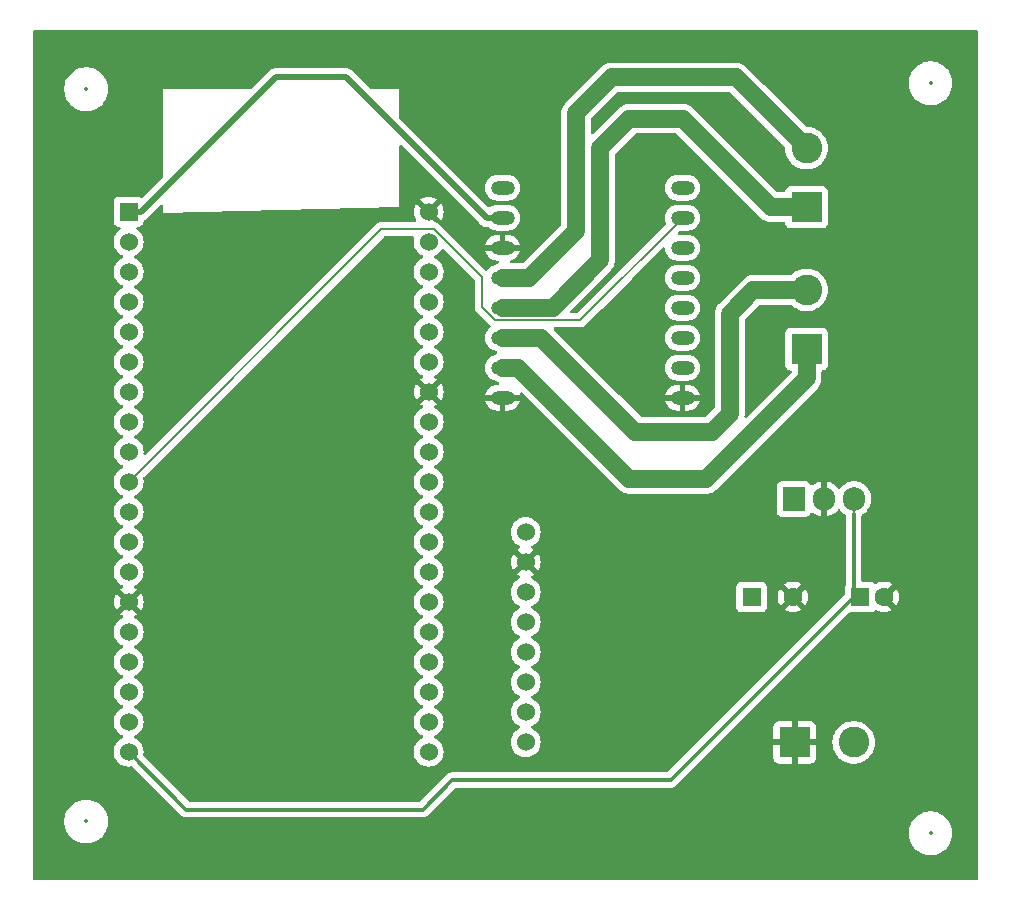
<source format=gtl>
%TF.GenerationSoftware,KiCad,Pcbnew,8.0.1*%
%TF.CreationDate,2024-04-26T22:18:18+02:00*%
%TF.ProjectId,Practica1,50726163-7469-4636-9131-2e6b69636164,rev?*%
%TF.SameCoordinates,Original*%
%TF.FileFunction,Copper,L1,Top*%
%TF.FilePolarity,Positive*%
%FSLAX46Y46*%
G04 Gerber Fmt 4.6, Leading zero omitted, Abs format (unit mm)*
G04 Created by KiCad (PCBNEW 8.0.1) date 2024-04-26 22:18:18*
%MOMM*%
%LPD*%
G01*
G04 APERTURE LIST*
%TA.AperFunction,ComponentPad*%
%ADD10R,1.600000X1.600000*%
%TD*%
%TA.AperFunction,ComponentPad*%
%ADD11C,1.600000*%
%TD*%
%TA.AperFunction,ComponentPad*%
%ADD12R,2.600000X2.600000*%
%TD*%
%TA.AperFunction,ComponentPad*%
%ADD13C,2.600000*%
%TD*%
%TA.AperFunction,ComponentPad*%
%ADD14O,2.000000X1.200000*%
%TD*%
%TA.AperFunction,ComponentPad*%
%ADD15R,1.530000X1.530000*%
%TD*%
%TA.AperFunction,ComponentPad*%
%ADD16C,1.530000*%
%TD*%
%TA.AperFunction,ComponentPad*%
%ADD17R,1.905000X2.000000*%
%TD*%
%TA.AperFunction,ComponentPad*%
%ADD18O,1.905000X2.000000*%
%TD*%
%TA.AperFunction,ViaPad*%
%ADD19C,0.600000*%
%TD*%
%TA.AperFunction,Conductor*%
%ADD20C,0.200000*%
%TD*%
%TA.AperFunction,Conductor*%
%ADD21C,0.300000*%
%TD*%
%TA.AperFunction,Conductor*%
%ADD22C,1.500000*%
%TD*%
%TA.AperFunction,Conductor*%
%ADD23C,0.500000*%
%TD*%
%ADD24C,0.300000*%
%ADD25C,0.350000*%
G04 APERTURE END LIST*
D10*
%TO.P,C4,1*%
%TO.N,+5V*%
X127044900Y-96500000D03*
D11*
%TO.P,C4,2*%
%TO.N,GND*%
X129044900Y-96500000D03*
%TD*%
D12*
%TO.P,J3,1,Pin_1*%
%TO.N,DirB MotorB*%
X122500000Y-75500000D03*
D13*
%TO.P,J3,2,Pin_2*%
%TO.N,DirA MotorB*%
X122500000Y-70500000D03*
%TD*%
D14*
%TO.P,IC1,1,VM1*%
%TO.N,+9V*%
X96760000Y-61840000D03*
%TO.P,IC1,2,VCC*%
%TO.N,+3.3V*%
X96760000Y-64380000D03*
%TO.P,IC1,3,GND*%
%TO.N,GND*%
X96760000Y-66920000D03*
%TO.P,IC1,4,AO1*%
%TO.N,DirA MotorA*%
X96760000Y-69460000D03*
%TO.P,IC1,5,AO2*%
%TO.N,DirB MotorA*%
X96760000Y-72000000D03*
%TO.P,IC1,6,BO1*%
%TO.N,DirA MotorB*%
X96760000Y-74540000D03*
%TO.P,IC1,7,BO2*%
%TO.N,DirB MotorB*%
X96760000Y-77080000D03*
%TO.P,IC1,8,GND*%
%TO.N,GND*%
X96760000Y-79620000D03*
%TO.P,IC1,9,GND*%
X112000000Y-79620000D03*
%TO.P,IC1,10,PWMB*%
%TO.N,Enable B*%
X112000000Y-77080000D03*
%TO.P,IC1,11,BIN2*%
%TO.N,Derecha B*%
X112000000Y-74540000D03*
%TO.P,IC1,12,BIN1*%
%TO.N,Izquierda B*%
X112000000Y-72000000D03*
%TO.P,IC1,13,STBY*%
%TO.N,unconnected-(IC1-STBY-Pad13)*%
X112000000Y-69460000D03*
%TO.P,IC1,14,AIN2*%
%TO.N,Izquierda A*%
X112000000Y-66920000D03*
%TO.P,IC1,15,AIN1*%
%TO.N,Derecha A*%
X112000000Y-64380000D03*
%TO.P,IC1,16,PWMA*%
%TO.N,Enable A*%
X112000000Y-61840000D03*
%TD*%
D12*
%TO.P,J1,1,Pin_1*%
%TO.N,GND*%
X121500000Y-108805000D03*
D13*
%TO.P,J1,2,Pin_2*%
%TO.N,+9V*%
X126500000Y-108805000D03*
%TD*%
D15*
%TO.P,U2,1,3V3*%
%TO.N,+3.3V*%
X65100000Y-63880000D03*
D16*
%TO.P,U2,2,EN*%
%TO.N,unconnected-(U2-EN-Pad2)*%
X65100000Y-66420000D03*
%TO.P,U2,3,SENSOR_VP*%
%TO.N,unconnected-(U2-SENSOR_VP-Pad3)*%
X65100000Y-68960000D03*
%TO.P,U2,4,SENSOR_VN*%
%TO.N,unconnected-(U2-SENSOR_VN-Pad4)*%
X65100000Y-71500000D03*
%TO.P,U2,5,IO34*%
%TO.N,unconnected-(U2-IO34-Pad5)*%
X65100000Y-74040000D03*
%TO.P,U2,6,IO35*%
%TO.N,unconnected-(U2-IO35-Pad6)*%
X65100000Y-76580000D03*
%TO.P,U2,7,IO32*%
%TO.N,Izquierda B*%
X65100000Y-79120000D03*
%TO.P,U2,8,IO33*%
%TO.N,Derecha B*%
X65100000Y-81660000D03*
%TO.P,U2,9,IO25*%
%TO.N,Izquierda A*%
X65100000Y-84200000D03*
%TO.P,U2,10,IO26*%
%TO.N,Derecha A*%
X65100000Y-86740000D03*
%TO.P,U2,11,IO27*%
%TO.N,Enable A*%
X65100000Y-89280000D03*
%TO.P,U2,12,IO14*%
%TO.N,Enable B*%
X65100000Y-91820000D03*
%TO.P,U2,13,IO12*%
%TO.N,unconnected-(U2-IO12-Pad13)*%
X65100000Y-94360000D03*
%TO.P,U2,14,GND1*%
%TO.N,GND*%
X65100000Y-96900000D03*
%TO.P,U2,15,IO13*%
%TO.N,unconnected-(U2-IO13-Pad15)*%
X65100000Y-99440000D03*
%TO.P,U2,16,SD2*%
%TO.N,unconnected-(U2-SD2-Pad16)*%
X65100000Y-101980000D03*
%TO.P,U2,17,SD3*%
%TO.N,unconnected-(U2-SD3-Pad17)*%
X65100000Y-104520000D03*
%TO.P,U2,18,CMD*%
%TO.N,unconnected-(U2-CMD-Pad18)*%
X65100000Y-107060000D03*
%TO.P,U2,19,EXT_5V*%
%TO.N,+5V*%
X65100000Y-109600000D03*
%TO.P,U2,20,CLK*%
%TO.N,unconnected-(U2-CLK-Pad20)*%
X90500000Y-109600000D03*
%TO.P,U2,21,SD0*%
%TO.N,unconnected-(U2-SD0-Pad21)*%
X90500000Y-107060000D03*
%TO.P,U2,22,SD1*%
%TO.N,unconnected-(U2-SD1-Pad22)*%
X90500000Y-104520000D03*
%TO.P,U2,23,IO15*%
%TO.N,unconnected-(U2-IO15-Pad23)*%
X90500000Y-101980000D03*
%TO.P,U2,24,IO2*%
%TO.N,unconnected-(U2-IO2-Pad24)*%
X90500000Y-99440000D03*
%TO.P,U2,25,IO0*%
%TO.N,unconnected-(U2-IO0-Pad25)*%
X90500000Y-96900000D03*
%TO.P,U2,26,IO4*%
%TO.N,unconnected-(U2-IO4-Pad26)*%
X90500000Y-94360000D03*
%TO.P,U2,27,IO16*%
%TO.N,unconnected-(U2-IO16-Pad27)*%
X90500000Y-91820000D03*
%TO.P,U2,28,IO17*%
%TO.N,unconnected-(U2-IO17-Pad28)*%
X90500000Y-89280000D03*
%TO.P,U2,29,IO5*%
%TO.N,unconnected-(U2-IO5-Pad29)*%
X90500000Y-86740000D03*
%TO.P,U2,30,IO18*%
%TO.N,unconnected-(U2-IO18-Pad30)*%
X90500000Y-84200000D03*
%TO.P,U2,31,IO19*%
%TO.N,unconnected-(U2-IO19-Pad31)*%
X90500000Y-81660000D03*
%TO.P,U2,32,GND2*%
%TO.N,GND*%
X90500000Y-79120000D03*
%TO.P,U2,33,IO21*%
%TO.N,SDA*%
X90500000Y-76580000D03*
%TO.P,U2,34,RXD0*%
%TO.N,unconnected-(U2-RXD0-Pad34)*%
X90500000Y-74040000D03*
%TO.P,U2,35,TXD0*%
%TO.N,unconnected-(U2-TXD0-Pad35)*%
X90500000Y-71500000D03*
%TO.P,U2,36,IO22*%
%TO.N,SCL*%
X90500000Y-68960000D03*
%TO.P,U2,37,IO23*%
%TO.N,D4*%
X90500000Y-66420000D03*
%TO.P,U2,38,GND3*%
%TO.N,GND*%
X90500000Y-63880000D03*
%TD*%
%TO.P,U5,1,VDD*%
%TO.N,+3.3V*%
X98713500Y-91000000D03*
%TO.P,U5,2,GND*%
%TO.N,GND*%
X98713500Y-93540000D03*
%TO.P,U5,3,SCL*%
%TO.N,SCL*%
X98713500Y-96080000D03*
%TO.P,U5,4,SDA*%
%TO.N,SDA*%
X98713500Y-98620000D03*
%TO.P,U5,5,AUX_DA*%
%TO.N,unconnected-(U5-AUX_DA-Pad5)*%
X98713500Y-101160000D03*
%TO.P,U5,6,AUX_CL*%
%TO.N,unconnected-(U5-AUX_CL-Pad6)*%
X98713500Y-103700000D03*
%TO.P,U5,7,AD0*%
%TO.N,unconnected-(U5-AD0-Pad7)*%
X98713500Y-106240000D03*
%TO.P,U5,8,INT*%
%TO.N,D4*%
X98713500Y-108780000D03*
%TD*%
D17*
%TO.P,U4,1,IN*%
%TO.N,+9V*%
X121420000Y-88195000D03*
D18*
%TO.P,U4,2,GND*%
%TO.N,GND*%
X123960000Y-88195000D03*
%TO.P,U4,3,OUT*%
%TO.N,+5V*%
X126500000Y-88195000D03*
%TD*%
D10*
%TO.P,C3,1*%
%TO.N,+9V*%
X117847300Y-96500000D03*
D11*
%TO.P,C3,2*%
%TO.N,GND*%
X121347300Y-96500000D03*
%TD*%
D12*
%TO.P,J2,1,Pin_1*%
%TO.N,DirB MotorA*%
X122500000Y-63500000D03*
D13*
%TO.P,J2,2,Pin_2*%
%TO.N,DirA MotorA*%
X122500000Y-58500000D03*
%TD*%
D19*
%TO.N,GND*%
X76000000Y-80500000D03*
%TD*%
D20*
%TO.N,+5V*%
X126494900Y-96505100D02*
X126494900Y-96500000D01*
D21*
X92500000Y-112000000D02*
X111000000Y-112000000D01*
X111000000Y-112000000D02*
X126494900Y-96505100D01*
X126494900Y-96500000D02*
X126494900Y-89500200D01*
X90000000Y-114500000D02*
X92500000Y-112000000D01*
D20*
X127044900Y-96500000D02*
X126494900Y-96500000D01*
X126494900Y-89500200D02*
X126500000Y-89495100D01*
D21*
X65100000Y-109600000D02*
X70000000Y-114500000D01*
D20*
X126500000Y-88195000D02*
X126500000Y-89495100D01*
D21*
X70000000Y-114500000D02*
X90000000Y-114500000D01*
D22*
%TO.N,DirB MotorA*%
X105000000Y-68000000D02*
X105000000Y-58500000D01*
X105000000Y-58500000D02*
X107500000Y-56000000D01*
X112000000Y-56000000D02*
X119500000Y-63500000D01*
X96760000Y-72000000D02*
X101000000Y-72000000D01*
X107500000Y-56000000D02*
X112000000Y-56000000D01*
X119500000Y-63500000D02*
X122500000Y-63500000D01*
X101000000Y-72000000D02*
X105000000Y-68000000D01*
D20*
%TO.N,Derecha A*%
X96137208Y-73050000D02*
X103330000Y-73050000D01*
X90941138Y-65355000D02*
X95000000Y-69413862D01*
X103330000Y-73050000D02*
X112000000Y-64380000D01*
X86485000Y-65355000D02*
X90941138Y-65355000D01*
X95000000Y-69413862D02*
X95000000Y-71912792D01*
X95000000Y-71912792D02*
X96137208Y-73050000D01*
X65100000Y-86740000D02*
X86485000Y-65355000D01*
D23*
%TO.N,+3.3V*%
X95420000Y-64420000D02*
X83500000Y-52500000D01*
X83500000Y-52500000D02*
X77545100Y-52500000D01*
X66165100Y-63880000D02*
X65100000Y-63880000D01*
X96760000Y-64420000D02*
X95420000Y-64420000D01*
X77545100Y-52500000D02*
X66165100Y-63880000D01*
D22*
%TO.N,DirA MotorA*%
X96760000Y-69460000D02*
X99040000Y-69460000D01*
X99040000Y-69460000D02*
X103000000Y-65500000D01*
X116500000Y-52500000D02*
X122500000Y-58500000D01*
X103000000Y-65500000D02*
X103000000Y-55500000D01*
X106000000Y-52500000D02*
X116500000Y-52500000D01*
X103000000Y-55500000D02*
X106000000Y-52500000D01*
%TO.N,DirA MotorB*%
X108000000Y-82500000D02*
X114500000Y-82500000D01*
X96760000Y-74540000D02*
X100040000Y-74540000D01*
X114500000Y-82500000D02*
X116000000Y-81000000D01*
X100040000Y-74540000D02*
X108000000Y-82500000D01*
X118000000Y-70500000D02*
X122500000Y-70500000D01*
X116000000Y-81000000D02*
X116000000Y-72500000D01*
X116000000Y-72500000D02*
X118000000Y-70500000D01*
%TO.N,DirB MotorB*%
X122500000Y-78000000D02*
X122500000Y-75500000D01*
X114000000Y-86500000D02*
X122500000Y-78000000D01*
X107500000Y-86500000D02*
X114000000Y-86500000D01*
X96760000Y-77080000D02*
X98080000Y-77080000D01*
X98080000Y-77080000D02*
X107500000Y-86500000D01*
%TD*%
%TA.AperFunction,Conductor*%
%TO.N,GND*%
G36*
X136942539Y-48520185D02*
G01*
X136988294Y-48572989D01*
X136999500Y-48624500D01*
X136999500Y-120375500D01*
X136979815Y-120442539D01*
X136927011Y-120488294D01*
X136875500Y-120499500D01*
X57124500Y-120499500D01*
X57057461Y-120479815D01*
X57011706Y-120427011D01*
X57000500Y-120375500D01*
X57000500Y-115621288D01*
X59649500Y-115621288D01*
X59681161Y-115861785D01*
X59743947Y-116096104D01*
X59761390Y-116138214D01*
X59836776Y-116320212D01*
X59958064Y-116530289D01*
X59958066Y-116530292D01*
X59958067Y-116530293D01*
X60105733Y-116722736D01*
X60105739Y-116722743D01*
X60277256Y-116894260D01*
X60277262Y-116894265D01*
X60469711Y-117041936D01*
X60679788Y-117163224D01*
X60903900Y-117256054D01*
X61138211Y-117318838D01*
X61318586Y-117342584D01*
X61378711Y-117350500D01*
X61378712Y-117350500D01*
X61621289Y-117350500D01*
X61669388Y-117344167D01*
X61861789Y-117318838D01*
X62096100Y-117256054D01*
X62320212Y-117163224D01*
X62530289Y-117041936D01*
X62722738Y-116894265D01*
X62894265Y-116722738D01*
X62972110Y-116621288D01*
X131149500Y-116621288D01*
X131181161Y-116861785D01*
X131243947Y-117096104D01*
X131271750Y-117163226D01*
X131336776Y-117320212D01*
X131458064Y-117530289D01*
X131458066Y-117530292D01*
X131458067Y-117530293D01*
X131605733Y-117722736D01*
X131605739Y-117722743D01*
X131777256Y-117894260D01*
X131777262Y-117894265D01*
X131969711Y-118041936D01*
X132179788Y-118163224D01*
X132403900Y-118256054D01*
X132638211Y-118318838D01*
X132818586Y-118342584D01*
X132878711Y-118350500D01*
X132878712Y-118350500D01*
X133121289Y-118350500D01*
X133169388Y-118344167D01*
X133361789Y-118318838D01*
X133596100Y-118256054D01*
X133820212Y-118163224D01*
X134030289Y-118041936D01*
X134222738Y-117894265D01*
X134394265Y-117722738D01*
X134541936Y-117530289D01*
X134663224Y-117320212D01*
X134756054Y-117096100D01*
X134818838Y-116861789D01*
X134850500Y-116621288D01*
X134850500Y-116378712D01*
X134818838Y-116138211D01*
X134756054Y-115903900D01*
X134663224Y-115679788D01*
X134541936Y-115469711D01*
X134394265Y-115277262D01*
X134394260Y-115277256D01*
X134222743Y-115105739D01*
X134222736Y-115105733D01*
X134030293Y-114958067D01*
X134030292Y-114958066D01*
X134030289Y-114958064D01*
X133820212Y-114836776D01*
X133820205Y-114836773D01*
X133596104Y-114743947D01*
X133361785Y-114681161D01*
X133121289Y-114649500D01*
X133121288Y-114649500D01*
X132878712Y-114649500D01*
X132878711Y-114649500D01*
X132638214Y-114681161D01*
X132403895Y-114743947D01*
X132179794Y-114836773D01*
X132179785Y-114836777D01*
X131969706Y-114958067D01*
X131777263Y-115105733D01*
X131777256Y-115105739D01*
X131605739Y-115277256D01*
X131605733Y-115277263D01*
X131458067Y-115469706D01*
X131336777Y-115679785D01*
X131336773Y-115679794D01*
X131243947Y-115903895D01*
X131181161Y-116138214D01*
X131149500Y-116378711D01*
X131149500Y-116621288D01*
X62972110Y-116621288D01*
X63041936Y-116530289D01*
X63163224Y-116320212D01*
X63256054Y-116096100D01*
X63318838Y-115861789D01*
X63350500Y-115621288D01*
X63350500Y-115378712D01*
X63318838Y-115138211D01*
X63256054Y-114903900D01*
X63163224Y-114679788D01*
X63041936Y-114469711D01*
X62894265Y-114277262D01*
X62894260Y-114277256D01*
X62722743Y-114105739D01*
X62722736Y-114105733D01*
X62530293Y-113958067D01*
X62530292Y-113958066D01*
X62530289Y-113958064D01*
X62320212Y-113836776D01*
X62303407Y-113829815D01*
X62096104Y-113743947D01*
X61861785Y-113681161D01*
X61621289Y-113649500D01*
X61621288Y-113649500D01*
X61378712Y-113649500D01*
X61378711Y-113649500D01*
X61138214Y-113681161D01*
X60903895Y-113743947D01*
X60679794Y-113836773D01*
X60679785Y-113836777D01*
X60469706Y-113958067D01*
X60277263Y-114105733D01*
X60277256Y-114105739D01*
X60105739Y-114277256D01*
X60105733Y-114277263D01*
X59958067Y-114469706D01*
X59836777Y-114679785D01*
X59836773Y-114679794D01*
X59743947Y-114903895D01*
X59681161Y-115138214D01*
X59649500Y-115378711D01*
X59649500Y-115621288D01*
X57000500Y-115621288D01*
X57000500Y-109600001D01*
X63829666Y-109600001D01*
X63848964Y-109820585D01*
X63848965Y-109820592D01*
X63906275Y-110034475D01*
X63906279Y-110034486D01*
X63989232Y-110212379D01*
X63999858Y-110235167D01*
X64126868Y-110416555D01*
X64283445Y-110573132D01*
X64464833Y-110700142D01*
X64585572Y-110756443D01*
X64665513Y-110793720D01*
X64665515Y-110793720D01*
X64665520Y-110793723D01*
X64879409Y-110851035D01*
X65036974Y-110864820D01*
X65099998Y-110870334D01*
X65100000Y-110870334D01*
X65100002Y-110870334D01*
X65130575Y-110867659D01*
X65320591Y-110851035D01*
X65338581Y-110846214D01*
X65408429Y-110847873D01*
X65458360Y-110878306D01*
X69585324Y-115005271D01*
X69585331Y-115005277D01*
X69691871Y-115076464D01*
X69691870Y-115076464D01*
X69726544Y-115090826D01*
X69810256Y-115125501D01*
X69810260Y-115125501D01*
X69810261Y-115125502D01*
X69935928Y-115150500D01*
X69935931Y-115150500D01*
X90064071Y-115150500D01*
X90148615Y-115133682D01*
X90189744Y-115125501D01*
X90308127Y-115076465D01*
X90414669Y-115005277D01*
X92733127Y-112686819D01*
X92794450Y-112653334D01*
X92820808Y-112650500D01*
X111064071Y-112650500D01*
X111148615Y-112633682D01*
X111189744Y-112625501D01*
X111308127Y-112576465D01*
X111414669Y-112505277D01*
X113767102Y-110152844D01*
X119700000Y-110152844D01*
X119706401Y-110212372D01*
X119706403Y-110212379D01*
X119756645Y-110347086D01*
X119756649Y-110347093D01*
X119842809Y-110462187D01*
X119842812Y-110462190D01*
X119957906Y-110548350D01*
X119957913Y-110548354D01*
X120092620Y-110598596D01*
X120092627Y-110598598D01*
X120152155Y-110604999D01*
X120152172Y-110605000D01*
X121250000Y-110605000D01*
X121250000Y-109405001D01*
X121310402Y-109430021D01*
X121435981Y-109455000D01*
X121564019Y-109455000D01*
X121689598Y-109430021D01*
X121750000Y-109405001D01*
X121750000Y-110605000D01*
X122847828Y-110605000D01*
X122847844Y-110604999D01*
X122907372Y-110598598D01*
X122907379Y-110598596D01*
X123042086Y-110548354D01*
X123042093Y-110548350D01*
X123157187Y-110462190D01*
X123157190Y-110462187D01*
X123243350Y-110347093D01*
X123243354Y-110347086D01*
X123293596Y-110212379D01*
X123293598Y-110212372D01*
X123299999Y-110152844D01*
X123300000Y-110152827D01*
X123300000Y-109055000D01*
X122100001Y-109055000D01*
X122125021Y-108994598D01*
X122150000Y-108869019D01*
X122150000Y-108805004D01*
X124694451Y-108805004D01*
X124714616Y-109074101D01*
X124774664Y-109337188D01*
X124774666Y-109337195D01*
X124820901Y-109455000D01*
X124873257Y-109588398D01*
X125008185Y-109822102D01*
X125067944Y-109897037D01*
X125176442Y-110033089D01*
X125363183Y-110206358D01*
X125374259Y-110216635D01*
X125597226Y-110368651D01*
X125840359Y-110485738D01*
X126098228Y-110565280D01*
X126098229Y-110565280D01*
X126098232Y-110565281D01*
X126365063Y-110605499D01*
X126365068Y-110605499D01*
X126365071Y-110605500D01*
X126365072Y-110605500D01*
X126634928Y-110605500D01*
X126634929Y-110605500D01*
X126634936Y-110605499D01*
X126901767Y-110565281D01*
X126901768Y-110565280D01*
X126901772Y-110565280D01*
X127159641Y-110485738D01*
X127402775Y-110368651D01*
X127625741Y-110216635D01*
X127823561Y-110033085D01*
X127991815Y-109822102D01*
X128126743Y-109588398D01*
X128225334Y-109337195D01*
X128285383Y-109074103D01*
X128305549Y-108805000D01*
X128303675Y-108779998D01*
X128287145Y-108559407D01*
X128285383Y-108535897D01*
X128225334Y-108272805D01*
X128126743Y-108021602D01*
X127991815Y-107787898D01*
X127823561Y-107576915D01*
X127823560Y-107576914D01*
X127823557Y-107576910D01*
X127625741Y-107393365D01*
X127402775Y-107241349D01*
X127402769Y-107241346D01*
X127402768Y-107241345D01*
X127402767Y-107241344D01*
X127159643Y-107124263D01*
X127159645Y-107124263D01*
X126901773Y-107044720D01*
X126901767Y-107044718D01*
X126634936Y-107004500D01*
X126634929Y-107004500D01*
X126365071Y-107004500D01*
X126365063Y-107004500D01*
X126098232Y-107044718D01*
X126098226Y-107044720D01*
X125840358Y-107124262D01*
X125597230Y-107241346D01*
X125374258Y-107393365D01*
X125176442Y-107576910D01*
X125008185Y-107787898D01*
X124873258Y-108021599D01*
X124873256Y-108021603D01*
X124774666Y-108272804D01*
X124774664Y-108272811D01*
X124714616Y-108535898D01*
X124694451Y-108804995D01*
X124694451Y-108805004D01*
X122150000Y-108805004D01*
X122150000Y-108740981D01*
X122125021Y-108615402D01*
X122100001Y-108555000D01*
X123300000Y-108555000D01*
X123300000Y-107457172D01*
X123299999Y-107457155D01*
X123293598Y-107397627D01*
X123293596Y-107397618D01*
X123243354Y-107262913D01*
X123243350Y-107262906D01*
X123157190Y-107147812D01*
X123157187Y-107147809D01*
X123042093Y-107061649D01*
X123042086Y-107061645D01*
X122907379Y-107011403D01*
X122907372Y-107011401D01*
X122847844Y-107005000D01*
X121750000Y-107005000D01*
X121750000Y-108204998D01*
X121689598Y-108179979D01*
X121564019Y-108155000D01*
X121435981Y-108155000D01*
X121310402Y-108179979D01*
X121250000Y-108204998D01*
X121250000Y-107005000D01*
X120152155Y-107005000D01*
X120092627Y-107011401D01*
X120092620Y-107011403D01*
X119957913Y-107061645D01*
X119957906Y-107061649D01*
X119842812Y-107147809D01*
X119842809Y-107147812D01*
X119756649Y-107262906D01*
X119756645Y-107262913D01*
X119706404Y-107397618D01*
X119706401Y-107397627D01*
X119700000Y-107457155D01*
X119700000Y-108555000D01*
X120899999Y-108555000D01*
X120874979Y-108615402D01*
X120850000Y-108740981D01*
X120850000Y-108869019D01*
X120874979Y-108994598D01*
X120899999Y-109055000D01*
X119700000Y-109055000D01*
X119700000Y-110152844D01*
X113767102Y-110152844D01*
X126085028Y-97834916D01*
X126146349Y-97801433D01*
X126185961Y-97799310D01*
X126197027Y-97800500D01*
X127892772Y-97800499D01*
X127952383Y-97794091D01*
X128087231Y-97743796D01*
X128202446Y-97657546D01*
X128209250Y-97648455D01*
X128265180Y-97606584D01*
X128334871Y-97601597D01*
X128379640Y-97621188D01*
X128392412Y-97630130D01*
X128392418Y-97630134D01*
X128598573Y-97726265D01*
X128598582Y-97726269D01*
X128818289Y-97785139D01*
X128818300Y-97785141D01*
X129044898Y-97804966D01*
X129044902Y-97804966D01*
X129271499Y-97785141D01*
X129271510Y-97785139D01*
X129491217Y-97726269D01*
X129491231Y-97726264D01*
X129697378Y-97630136D01*
X129770371Y-97579024D01*
X129091347Y-96900000D01*
X129097561Y-96900000D01*
X129199294Y-96872741D01*
X129290506Y-96820080D01*
X129364980Y-96745606D01*
X129417641Y-96654394D01*
X129444900Y-96552661D01*
X129444900Y-96546447D01*
X130123924Y-97225471D01*
X130175036Y-97152478D01*
X130271164Y-96946331D01*
X130271169Y-96946317D01*
X130330039Y-96726610D01*
X130330041Y-96726599D01*
X130349866Y-96500002D01*
X130349866Y-96499997D01*
X130330041Y-96273400D01*
X130330039Y-96273389D01*
X130271169Y-96053682D01*
X130271164Y-96053668D01*
X130175036Y-95847521D01*
X130175032Y-95847513D01*
X130123925Y-95774526D01*
X129444900Y-96453551D01*
X129444900Y-96447339D01*
X129417641Y-96345606D01*
X129364980Y-96254394D01*
X129290506Y-96179920D01*
X129199294Y-96127259D01*
X129097561Y-96100000D01*
X129091347Y-96100000D01*
X129770372Y-95420974D01*
X129697378Y-95369863D01*
X129491231Y-95273735D01*
X129491217Y-95273730D01*
X129271510Y-95214860D01*
X129271499Y-95214858D01*
X129044902Y-95195034D01*
X129044898Y-95195034D01*
X128818300Y-95214858D01*
X128818289Y-95214860D01*
X128598582Y-95273730D01*
X128598573Y-95273734D01*
X128392412Y-95369868D01*
X128392407Y-95369871D01*
X128379636Y-95378813D01*
X128313429Y-95401138D01*
X128245663Y-95384124D01*
X128209252Y-95351546D01*
X128202446Y-95342454D01*
X128202444Y-95342453D01*
X128202444Y-95342452D01*
X128087235Y-95256206D01*
X128087228Y-95256202D01*
X127952382Y-95205908D01*
X127952383Y-95205908D01*
X127892783Y-95199501D01*
X127892781Y-95199500D01*
X127892773Y-95199500D01*
X127892765Y-95199500D01*
X127269400Y-95199500D01*
X127202361Y-95179815D01*
X127156606Y-95127011D01*
X127145400Y-95075500D01*
X127145400Y-89620379D01*
X127165085Y-89553340D01*
X127213106Y-89509894D01*
X127231363Y-89500592D01*
X127261538Y-89485217D01*
X127446566Y-89350786D01*
X127608286Y-89189066D01*
X127742717Y-89004038D01*
X127846548Y-88800258D01*
X127887208Y-88675119D01*
X127917221Y-88582749D01*
X127917221Y-88582748D01*
X127917222Y-88582745D01*
X127953000Y-88356854D01*
X127953000Y-88033146D01*
X127917222Y-87807255D01*
X127917221Y-87807251D01*
X127917221Y-87807250D01*
X127846549Y-87589744D01*
X127742716Y-87385961D01*
X127734874Y-87375167D01*
X127608286Y-87200934D01*
X127446566Y-87039214D01*
X127261538Y-86904783D01*
X127057755Y-86800950D01*
X126840248Y-86730278D01*
X126654812Y-86700908D01*
X126614354Y-86694500D01*
X126385646Y-86694500D01*
X126345188Y-86700908D01*
X126159753Y-86730278D01*
X126159750Y-86730278D01*
X125942244Y-86800950D01*
X125738461Y-86904783D01*
X125633525Y-86981024D01*
X125553434Y-87039214D01*
X125553432Y-87039216D01*
X125553431Y-87039216D01*
X125391716Y-87200931D01*
X125391709Y-87200940D01*
X125330007Y-87285864D01*
X125274677Y-87328530D01*
X125205063Y-87334508D01*
X125143269Y-87301901D01*
X125129372Y-87285863D01*
X125067907Y-87201263D01*
X125067902Y-87201257D01*
X124906242Y-87039597D01*
X124721276Y-86905211D01*
X124517568Y-86801417D01*
X124300124Y-86730765D01*
X124210000Y-86716490D01*
X124210000Y-87646517D01*
X124191591Y-87635889D01*
X124038991Y-87595000D01*
X123881009Y-87595000D01*
X123728409Y-87635889D01*
X123710000Y-87646517D01*
X123710000Y-86716490D01*
X123709999Y-86716490D01*
X123619875Y-86730765D01*
X123402431Y-86801417D01*
X123198719Y-86905213D01*
X123015939Y-87038010D01*
X122950132Y-87061490D01*
X122882079Y-87045664D01*
X122833384Y-86995558D01*
X122826875Y-86981033D01*
X122816296Y-86952669D01*
X122816295Y-86952667D01*
X122816293Y-86952664D01*
X122730047Y-86837455D01*
X122730044Y-86837452D01*
X122614835Y-86751206D01*
X122614828Y-86751202D01*
X122479982Y-86700908D01*
X122479983Y-86700908D01*
X122420383Y-86694501D01*
X122420381Y-86694500D01*
X122420373Y-86694500D01*
X122420364Y-86694500D01*
X120419629Y-86694500D01*
X120419623Y-86694501D01*
X120360016Y-86700908D01*
X120225171Y-86751202D01*
X120225164Y-86751206D01*
X120109955Y-86837452D01*
X120109952Y-86837455D01*
X120023706Y-86952664D01*
X120023702Y-86952671D01*
X119973408Y-87087517D01*
X119967001Y-87147116D01*
X119967000Y-87147135D01*
X119967000Y-89242870D01*
X119967001Y-89242876D01*
X119973408Y-89302483D01*
X120023702Y-89437328D01*
X120023706Y-89437335D01*
X120109952Y-89552544D01*
X120109955Y-89552547D01*
X120225164Y-89638793D01*
X120225171Y-89638797D01*
X120360017Y-89689091D01*
X120360016Y-89689091D01*
X120366944Y-89689835D01*
X120419627Y-89695500D01*
X122420372Y-89695499D01*
X122479983Y-89689091D01*
X122614831Y-89638796D01*
X122730046Y-89552546D01*
X122816296Y-89437331D01*
X122826872Y-89408974D01*
X122868740Y-89353041D01*
X122934204Y-89328622D01*
X123002477Y-89343472D01*
X123015940Y-89351988D01*
X123198723Y-89484788D01*
X123402429Y-89588582D01*
X123619871Y-89659234D01*
X123710000Y-89673509D01*
X123710000Y-88743482D01*
X123728409Y-88754111D01*
X123881009Y-88795000D01*
X124038991Y-88795000D01*
X124191591Y-88754111D01*
X124210000Y-88743482D01*
X124210000Y-89673508D01*
X124300128Y-89659234D01*
X124517570Y-89588582D01*
X124721276Y-89484788D01*
X124906242Y-89350402D01*
X125067905Y-89188739D01*
X125129371Y-89104137D01*
X125184701Y-89061470D01*
X125254314Y-89055491D01*
X125316109Y-89088096D01*
X125330007Y-89104134D01*
X125391714Y-89189066D01*
X125553434Y-89350786D01*
X125672549Y-89437328D01*
X125738463Y-89485218D01*
X125776694Y-89504697D01*
X125827490Y-89552670D01*
X125844400Y-89615182D01*
X125844400Y-95358561D01*
X125824715Y-95425600D01*
X125819667Y-95432872D01*
X125801104Y-95457668D01*
X125801102Y-95457671D01*
X125750808Y-95592517D01*
X125745111Y-95645513D01*
X125744401Y-95652123D01*
X125744400Y-95652135D01*
X125744400Y-96284291D01*
X125724715Y-96351330D01*
X125708081Y-96371972D01*
X110766873Y-111313181D01*
X110705550Y-111346666D01*
X110679192Y-111349500D01*
X92435929Y-111349500D01*
X92310261Y-111374497D01*
X92310255Y-111374499D01*
X92191874Y-111423534D01*
X92085326Y-111494726D01*
X92085325Y-111494727D01*
X89766873Y-113813181D01*
X89705550Y-113846666D01*
X89679192Y-113849500D01*
X70320808Y-113849500D01*
X70253769Y-113829815D01*
X70233127Y-113813181D01*
X66378306Y-109958360D01*
X66344821Y-109897037D01*
X66346213Y-109838582D01*
X66351035Y-109820591D01*
X66370334Y-109600000D01*
X66351035Y-109379409D01*
X66293723Y-109165520D01*
X66269181Y-109112890D01*
X66242187Y-109055000D01*
X66200142Y-108964833D01*
X66073132Y-108783445D01*
X65916555Y-108626868D01*
X65735167Y-108499858D01*
X65611907Y-108442381D01*
X65559468Y-108396210D01*
X65540316Y-108329017D01*
X65560531Y-108262136D01*
X65611908Y-108217618D01*
X65735167Y-108160142D01*
X65916555Y-108033132D01*
X66073132Y-107876555D01*
X66200142Y-107695167D01*
X66293723Y-107494480D01*
X66351035Y-107280591D01*
X66370334Y-107060000D01*
X66351035Y-106839409D01*
X66293723Y-106625520D01*
X66200142Y-106424833D01*
X66073132Y-106243445D01*
X65916555Y-106086868D01*
X65735167Y-105959858D01*
X65611907Y-105902381D01*
X65559468Y-105856210D01*
X65540316Y-105789017D01*
X65560531Y-105722136D01*
X65611908Y-105677618D01*
X65735167Y-105620142D01*
X65916555Y-105493132D01*
X66073132Y-105336555D01*
X66200142Y-105155167D01*
X66293723Y-104954480D01*
X66351035Y-104740591D01*
X66370334Y-104520000D01*
X66351035Y-104299409D01*
X66293723Y-104085520D01*
X66200142Y-103884833D01*
X66073132Y-103703445D01*
X65916555Y-103546868D01*
X65735167Y-103419858D01*
X65611907Y-103362381D01*
X65559468Y-103316210D01*
X65540316Y-103249017D01*
X65560531Y-103182136D01*
X65611908Y-103137618D01*
X65735167Y-103080142D01*
X65916555Y-102953132D01*
X66073132Y-102796555D01*
X66200142Y-102615167D01*
X66293723Y-102414480D01*
X66351035Y-102200591D01*
X66370334Y-101980000D01*
X66351035Y-101759409D01*
X66293723Y-101545520D01*
X66200142Y-101344833D01*
X66073132Y-101163445D01*
X65916555Y-101006868D01*
X65735167Y-100879858D01*
X65611907Y-100822381D01*
X65559468Y-100776210D01*
X65540316Y-100709017D01*
X65560531Y-100642136D01*
X65611908Y-100597618D01*
X65735167Y-100540142D01*
X65916555Y-100413132D01*
X66073132Y-100256555D01*
X66200142Y-100075167D01*
X66293723Y-99874480D01*
X66351035Y-99660591D01*
X66370334Y-99440000D01*
X66351035Y-99219409D01*
X66293723Y-99005520D01*
X66200142Y-98804833D01*
X66073132Y-98623445D01*
X65916555Y-98466868D01*
X65735167Y-98339858D01*
X65735163Y-98339856D01*
X65611317Y-98282106D01*
X65558877Y-98235934D01*
X65539725Y-98168741D01*
X65559941Y-98101859D01*
X65611317Y-98057342D01*
X65734912Y-97999708D01*
X65734914Y-97999707D01*
X65800342Y-97953894D01*
X65237575Y-97391127D01*
X65296853Y-97375245D01*
X65413147Y-97308102D01*
X65508102Y-97213147D01*
X65575245Y-97096853D01*
X65591128Y-97037575D01*
X66153894Y-97600342D01*
X66199706Y-97534915D01*
X66293250Y-97334309D01*
X66293254Y-97334300D01*
X66350538Y-97120509D01*
X66350540Y-97120499D01*
X66369832Y-96900000D01*
X66369832Y-96899999D01*
X66350540Y-96679500D01*
X66350538Y-96679490D01*
X66293254Y-96465699D01*
X66293250Y-96465690D01*
X66199707Y-96265085D01*
X66199706Y-96265083D01*
X66153894Y-96199657D01*
X66153894Y-96199656D01*
X65591127Y-96762423D01*
X65575245Y-96703147D01*
X65508102Y-96586853D01*
X65413147Y-96491898D01*
X65296853Y-96424755D01*
X65237575Y-96408872D01*
X65800342Y-95846105D01*
X65800341Y-95846103D01*
X65734919Y-95800295D01*
X65611316Y-95742657D01*
X65558877Y-95696484D01*
X65539725Y-95629291D01*
X65559941Y-95562410D01*
X65611312Y-95517895D01*
X65735167Y-95460142D01*
X65916555Y-95333132D01*
X66073132Y-95176555D01*
X66200142Y-94995167D01*
X66293723Y-94794480D01*
X66351035Y-94580591D01*
X66370334Y-94360000D01*
X66351035Y-94139409D01*
X66293723Y-93925520D01*
X66200142Y-93724833D01*
X66073132Y-93543445D01*
X65916555Y-93386868D01*
X65735167Y-93259858D01*
X65611907Y-93202381D01*
X65559468Y-93156210D01*
X65540316Y-93089017D01*
X65560531Y-93022136D01*
X65611908Y-92977618D01*
X65735167Y-92920142D01*
X65916555Y-92793132D01*
X66073132Y-92636555D01*
X66200142Y-92455167D01*
X66293723Y-92254480D01*
X66351035Y-92040591D01*
X66370334Y-91820000D01*
X66351035Y-91599409D01*
X66293723Y-91385520D01*
X66200142Y-91184833D01*
X66073132Y-91003445D01*
X65916555Y-90846868D01*
X65735167Y-90719858D01*
X65611907Y-90662381D01*
X65559468Y-90616210D01*
X65540316Y-90549017D01*
X65560531Y-90482136D01*
X65611908Y-90437618D01*
X65735167Y-90380142D01*
X65916555Y-90253132D01*
X66073132Y-90096555D01*
X66200142Y-89915167D01*
X66293723Y-89714480D01*
X66351035Y-89500591D01*
X66370334Y-89280000D01*
X66351035Y-89059409D01*
X66293723Y-88845520D01*
X66200142Y-88644833D01*
X66073132Y-88463445D01*
X65916555Y-88306868D01*
X65735167Y-88179858D01*
X65611907Y-88122381D01*
X65559468Y-88076210D01*
X65540316Y-88009017D01*
X65560531Y-87942136D01*
X65611908Y-87897618D01*
X65735167Y-87840142D01*
X65916555Y-87713132D01*
X66073132Y-87556555D01*
X66200142Y-87375167D01*
X66293723Y-87174480D01*
X66351035Y-86960591D01*
X66370334Y-86740000D01*
X66369483Y-86730278D01*
X66366353Y-86694500D01*
X66351035Y-86519409D01*
X66331270Y-86445646D01*
X66332932Y-86375796D01*
X66363361Y-86325872D01*
X86697416Y-65991819D01*
X86758739Y-65958334D01*
X86785097Y-65955500D01*
X89152720Y-65955500D01*
X89219759Y-65975185D01*
X89265514Y-66027989D01*
X89275458Y-66097147D01*
X89272495Y-66111593D01*
X89248966Y-66199403D01*
X89248964Y-66199414D01*
X89229666Y-66419998D01*
X89229666Y-66420001D01*
X89248964Y-66640585D01*
X89248965Y-66640592D01*
X89306275Y-66854475D01*
X89306279Y-66854486D01*
X89395945Y-67046776D01*
X89399858Y-67055167D01*
X89526868Y-67236555D01*
X89683445Y-67393132D01*
X89864833Y-67520142D01*
X89926828Y-67549050D01*
X89988091Y-67577618D01*
X90040531Y-67623790D01*
X90059683Y-67690983D01*
X90039467Y-67757865D01*
X89988091Y-67802382D01*
X89864836Y-67859856D01*
X89864834Y-67859857D01*
X89683444Y-67986868D01*
X89526868Y-68143444D01*
X89399857Y-68324834D01*
X89399856Y-68324836D01*
X89306279Y-68525513D01*
X89306275Y-68525524D01*
X89248965Y-68739407D01*
X89248964Y-68739414D01*
X89229666Y-68959998D01*
X89229666Y-68960001D01*
X89248964Y-69180585D01*
X89248965Y-69180592D01*
X89306275Y-69394475D01*
X89306279Y-69394486D01*
X89377216Y-69546611D01*
X89399858Y-69595167D01*
X89526868Y-69776555D01*
X89683445Y-69933132D01*
X89864833Y-70060142D01*
X89926828Y-70089050D01*
X89988091Y-70117618D01*
X90040531Y-70163790D01*
X90059683Y-70230983D01*
X90039467Y-70297865D01*
X89988091Y-70342382D01*
X89864836Y-70399856D01*
X89864834Y-70399857D01*
X89683444Y-70526868D01*
X89526868Y-70683444D01*
X89399857Y-70864834D01*
X89399856Y-70864836D01*
X89306279Y-71065513D01*
X89306275Y-71065524D01*
X89248965Y-71279407D01*
X89248964Y-71279414D01*
X89229666Y-71499998D01*
X89229666Y-71500001D01*
X89248964Y-71720585D01*
X89248965Y-71720592D01*
X89306275Y-71934475D01*
X89306279Y-71934486D01*
X89377216Y-72086611D01*
X89399858Y-72135167D01*
X89526868Y-72316555D01*
X89683445Y-72473132D01*
X89864833Y-72600142D01*
X89926828Y-72629050D01*
X89988091Y-72657618D01*
X90040531Y-72703790D01*
X90059683Y-72770983D01*
X90039467Y-72837865D01*
X89988091Y-72882382D01*
X89864836Y-72939856D01*
X89864834Y-72939857D01*
X89683444Y-73066868D01*
X89526868Y-73223444D01*
X89399857Y-73404834D01*
X89399856Y-73404836D01*
X89306279Y-73605513D01*
X89306275Y-73605524D01*
X89248965Y-73819407D01*
X89248964Y-73819414D01*
X89229666Y-74039998D01*
X89229666Y-74040001D01*
X89248964Y-74260585D01*
X89248965Y-74260592D01*
X89306275Y-74474475D01*
X89306279Y-74474486D01*
X89377216Y-74626611D01*
X89399858Y-74675167D01*
X89526868Y-74856555D01*
X89683445Y-75013132D01*
X89864833Y-75140142D01*
X89926828Y-75169050D01*
X89988091Y-75197618D01*
X90040531Y-75243790D01*
X90059683Y-75310983D01*
X90039467Y-75377865D01*
X89988091Y-75422382D01*
X89864836Y-75479856D01*
X89864834Y-75479857D01*
X89683444Y-75606868D01*
X89526868Y-75763444D01*
X89399857Y-75944834D01*
X89399856Y-75944836D01*
X89306279Y-76145513D01*
X89306275Y-76145524D01*
X89248965Y-76359407D01*
X89248964Y-76359414D01*
X89229666Y-76579998D01*
X89229666Y-76580001D01*
X89248964Y-76800585D01*
X89248965Y-76800592D01*
X89306275Y-77014475D01*
X89306279Y-77014486D01*
X89377216Y-77166611D01*
X89399858Y-77215167D01*
X89526868Y-77396555D01*
X89683445Y-77553132D01*
X89864833Y-77680142D01*
X89988682Y-77737893D01*
X90041122Y-77784065D01*
X90060274Y-77851258D01*
X90040059Y-77918139D01*
X89988683Y-77962657D01*
X89865084Y-78020293D01*
X89799657Y-78066104D01*
X90362424Y-78628871D01*
X90303147Y-78644755D01*
X90186853Y-78711898D01*
X90091898Y-78806853D01*
X90024755Y-78923147D01*
X90008871Y-78982424D01*
X89446104Y-78419657D01*
X89400293Y-78485084D01*
X89306749Y-78685690D01*
X89306745Y-78685699D01*
X89249461Y-78899490D01*
X89249459Y-78899500D01*
X89230168Y-79119999D01*
X89230168Y-79120000D01*
X89249459Y-79340499D01*
X89249461Y-79340509D01*
X89306745Y-79554300D01*
X89306749Y-79554309D01*
X89400295Y-79754919D01*
X89446103Y-79820341D01*
X89446105Y-79820342D01*
X90008871Y-79257575D01*
X90024755Y-79316853D01*
X90091898Y-79433147D01*
X90186853Y-79528102D01*
X90303147Y-79595245D01*
X90362424Y-79611128D01*
X89799656Y-80173894D01*
X89865083Y-80219706D01*
X89865085Y-80219707D01*
X89988683Y-80277342D01*
X90041122Y-80323514D01*
X90060274Y-80390708D01*
X90040058Y-80457589D01*
X89988683Y-80502106D01*
X89864833Y-80559857D01*
X89683444Y-80686868D01*
X89526868Y-80843444D01*
X89399857Y-81024834D01*
X89399856Y-81024836D01*
X89306279Y-81225513D01*
X89306275Y-81225524D01*
X89248965Y-81439407D01*
X89248964Y-81439414D01*
X89229666Y-81659998D01*
X89229666Y-81660001D01*
X89248964Y-81880585D01*
X89248965Y-81880592D01*
X89306275Y-82094475D01*
X89306279Y-82094486D01*
X89399856Y-82295163D01*
X89399858Y-82295167D01*
X89526868Y-82476555D01*
X89683445Y-82633132D01*
X89864833Y-82760142D01*
X89926828Y-82789050D01*
X89988091Y-82817618D01*
X90040531Y-82863790D01*
X90059683Y-82930983D01*
X90039467Y-82997865D01*
X89988091Y-83042382D01*
X89864836Y-83099856D01*
X89864834Y-83099857D01*
X89683444Y-83226868D01*
X89526868Y-83383444D01*
X89399857Y-83564834D01*
X89399856Y-83564836D01*
X89306279Y-83765513D01*
X89306275Y-83765524D01*
X89248965Y-83979407D01*
X89248964Y-83979414D01*
X89229666Y-84199998D01*
X89229666Y-84200001D01*
X89248964Y-84420585D01*
X89248965Y-84420592D01*
X89306275Y-84634475D01*
X89306279Y-84634486D01*
X89360938Y-84751703D01*
X89399858Y-84835167D01*
X89526868Y-85016555D01*
X89683445Y-85173132D01*
X89864833Y-85300142D01*
X89926828Y-85329050D01*
X89988091Y-85357618D01*
X90040531Y-85403790D01*
X90059683Y-85470983D01*
X90039467Y-85537865D01*
X89988091Y-85582382D01*
X89864836Y-85639856D01*
X89864834Y-85639857D01*
X89683444Y-85766868D01*
X89526868Y-85923444D01*
X89399857Y-86104834D01*
X89399856Y-86104836D01*
X89306279Y-86305513D01*
X89306275Y-86305524D01*
X89248965Y-86519407D01*
X89248964Y-86519414D01*
X89229666Y-86739998D01*
X89229666Y-86740001D01*
X89248964Y-86960585D01*
X89248965Y-86960592D01*
X89306275Y-87174475D01*
X89306279Y-87174486D01*
X89399856Y-87375163D01*
X89399858Y-87375167D01*
X89526868Y-87556555D01*
X89683445Y-87713132D01*
X89864833Y-87840142D01*
X89926828Y-87869050D01*
X89988091Y-87897618D01*
X90040531Y-87943790D01*
X90059683Y-88010983D01*
X90039467Y-88077865D01*
X89988091Y-88122382D01*
X89864836Y-88179856D01*
X89864834Y-88179857D01*
X89683444Y-88306868D01*
X89526868Y-88463444D01*
X89399857Y-88644834D01*
X89399856Y-88644836D01*
X89306279Y-88845513D01*
X89306275Y-88845524D01*
X89248965Y-89059407D01*
X89248964Y-89059414D01*
X89229666Y-89279998D01*
X89229666Y-89280001D01*
X89248964Y-89500585D01*
X89248965Y-89500592D01*
X89306275Y-89714475D01*
X89306279Y-89714486D01*
X89322357Y-89748965D01*
X89399858Y-89915167D01*
X89526868Y-90096555D01*
X89683445Y-90253132D01*
X89864833Y-90380142D01*
X89926828Y-90409050D01*
X89988091Y-90437618D01*
X90040531Y-90483790D01*
X90059683Y-90550983D01*
X90039467Y-90617865D01*
X89988091Y-90662382D01*
X89864836Y-90719856D01*
X89864834Y-90719857D01*
X89683444Y-90846868D01*
X89526868Y-91003444D01*
X89399857Y-91184834D01*
X89399856Y-91184836D01*
X89306279Y-91385513D01*
X89306275Y-91385524D01*
X89248965Y-91599407D01*
X89248964Y-91599414D01*
X89229666Y-91819998D01*
X89229666Y-91820001D01*
X89248964Y-92040585D01*
X89248965Y-92040592D01*
X89306275Y-92254475D01*
X89306279Y-92254486D01*
X89345287Y-92338139D01*
X89399858Y-92455167D01*
X89526868Y-92636555D01*
X89683445Y-92793132D01*
X89864833Y-92920142D01*
X89926828Y-92949050D01*
X89988091Y-92977618D01*
X90040531Y-93023790D01*
X90059683Y-93090983D01*
X90039467Y-93157865D01*
X89988091Y-93202382D01*
X89864836Y-93259856D01*
X89864834Y-93259857D01*
X89683444Y-93386868D01*
X89526868Y-93543444D01*
X89399857Y-93724834D01*
X89399856Y-93724836D01*
X89306279Y-93925513D01*
X89306275Y-93925524D01*
X89248965Y-94139407D01*
X89248964Y-94139414D01*
X89229666Y-94359998D01*
X89229666Y-94360001D01*
X89248964Y-94580585D01*
X89248965Y-94580592D01*
X89306275Y-94794475D01*
X89306279Y-94794486D01*
X89349082Y-94886277D01*
X89399858Y-94995167D01*
X89526868Y-95176555D01*
X89683445Y-95333132D01*
X89864833Y-95460142D01*
X89926828Y-95489050D01*
X89988091Y-95517618D01*
X90040531Y-95563790D01*
X90059683Y-95630983D01*
X90039467Y-95697865D01*
X89988091Y-95742382D01*
X89864836Y-95799856D01*
X89864834Y-95799857D01*
X89683444Y-95926868D01*
X89526868Y-96083444D01*
X89399857Y-96264834D01*
X89399856Y-96264836D01*
X89306279Y-96465513D01*
X89306275Y-96465524D01*
X89248965Y-96679407D01*
X89248964Y-96679414D01*
X89229666Y-96899998D01*
X89229666Y-96900001D01*
X89248964Y-97120585D01*
X89248965Y-97120592D01*
X89306275Y-97334475D01*
X89306279Y-97334486D01*
X89349082Y-97426277D01*
X89399858Y-97535167D01*
X89526868Y-97716555D01*
X89683445Y-97873132D01*
X89864833Y-98000142D01*
X89926828Y-98029050D01*
X89988091Y-98057618D01*
X90040531Y-98103790D01*
X90059683Y-98170983D01*
X90039467Y-98237865D01*
X89988091Y-98282382D01*
X89864836Y-98339856D01*
X89864834Y-98339857D01*
X89683444Y-98466868D01*
X89526868Y-98623444D01*
X89399857Y-98804834D01*
X89399856Y-98804836D01*
X89306279Y-99005513D01*
X89306275Y-99005524D01*
X89248965Y-99219407D01*
X89248964Y-99219414D01*
X89229666Y-99439998D01*
X89229666Y-99440001D01*
X89248964Y-99660585D01*
X89248965Y-99660592D01*
X89306275Y-99874475D01*
X89306279Y-99874486D01*
X89349082Y-99966277D01*
X89399858Y-100075167D01*
X89526868Y-100256555D01*
X89683445Y-100413132D01*
X89864833Y-100540142D01*
X89926828Y-100569050D01*
X89988091Y-100597618D01*
X90040531Y-100643790D01*
X90059683Y-100710983D01*
X90039467Y-100777865D01*
X89988091Y-100822382D01*
X89864836Y-100879856D01*
X89864834Y-100879857D01*
X89683444Y-101006868D01*
X89526868Y-101163444D01*
X89399857Y-101344834D01*
X89399856Y-101344836D01*
X89306279Y-101545513D01*
X89306275Y-101545524D01*
X89248965Y-101759407D01*
X89248964Y-101759414D01*
X89229666Y-101979998D01*
X89229666Y-101980001D01*
X89248964Y-102200585D01*
X89248965Y-102200592D01*
X89306275Y-102414475D01*
X89306279Y-102414486D01*
X89349082Y-102506277D01*
X89399858Y-102615167D01*
X89526868Y-102796555D01*
X89683445Y-102953132D01*
X89864833Y-103080142D01*
X89926828Y-103109050D01*
X89988091Y-103137618D01*
X90040531Y-103183790D01*
X90059683Y-103250983D01*
X90039467Y-103317865D01*
X89988091Y-103362382D01*
X89864836Y-103419856D01*
X89864834Y-103419857D01*
X89683444Y-103546868D01*
X89526868Y-103703444D01*
X89399857Y-103884834D01*
X89399856Y-103884836D01*
X89306279Y-104085513D01*
X89306275Y-104085524D01*
X89248965Y-104299407D01*
X89248964Y-104299414D01*
X89229666Y-104519998D01*
X89229666Y-104520001D01*
X89248964Y-104740585D01*
X89248965Y-104740592D01*
X89306275Y-104954475D01*
X89306279Y-104954486D01*
X89349082Y-105046277D01*
X89399858Y-105155167D01*
X89526868Y-105336555D01*
X89683445Y-105493132D01*
X89864833Y-105620142D01*
X89926828Y-105649050D01*
X89988091Y-105677618D01*
X90040531Y-105723790D01*
X90059683Y-105790983D01*
X90039467Y-105857865D01*
X89988091Y-105902382D01*
X89864836Y-105959856D01*
X89864834Y-105959857D01*
X89683444Y-106086868D01*
X89526868Y-106243444D01*
X89399857Y-106424834D01*
X89399856Y-106424836D01*
X89306279Y-106625513D01*
X89306275Y-106625524D01*
X89248965Y-106839407D01*
X89248964Y-106839414D01*
X89229666Y-107059998D01*
X89229666Y-107060001D01*
X89248964Y-107280585D01*
X89248965Y-107280592D01*
X89306275Y-107494475D01*
X89306279Y-107494486D01*
X89349082Y-107586277D01*
X89399858Y-107695167D01*
X89526868Y-107876555D01*
X89683445Y-108033132D01*
X89864833Y-108160142D01*
X89907374Y-108179979D01*
X89988091Y-108217618D01*
X90040531Y-108263790D01*
X90059683Y-108330983D01*
X90039467Y-108397865D01*
X89988091Y-108442382D01*
X89864836Y-108499856D01*
X89864834Y-108499857D01*
X89683444Y-108626868D01*
X89526868Y-108783444D01*
X89399857Y-108964834D01*
X89399856Y-108964836D01*
X89306279Y-109165513D01*
X89306275Y-109165524D01*
X89248965Y-109379407D01*
X89248964Y-109379414D01*
X89229666Y-109599998D01*
X89229666Y-109600001D01*
X89248964Y-109820585D01*
X89248965Y-109820592D01*
X89306275Y-110034475D01*
X89306279Y-110034486D01*
X89389232Y-110212379D01*
X89399858Y-110235167D01*
X89526868Y-110416555D01*
X89683445Y-110573132D01*
X89864833Y-110700142D01*
X89985572Y-110756443D01*
X90065513Y-110793720D01*
X90065515Y-110793720D01*
X90065520Y-110793723D01*
X90279409Y-110851035D01*
X90436974Y-110864820D01*
X90499998Y-110870334D01*
X90500000Y-110870334D01*
X90500002Y-110870334D01*
X90555147Y-110865509D01*
X90720591Y-110851035D01*
X90934480Y-110793723D01*
X91135167Y-110700142D01*
X91316555Y-110573132D01*
X91473132Y-110416555D01*
X91600142Y-110235167D01*
X91693723Y-110034480D01*
X91751035Y-109820591D01*
X91770334Y-109600000D01*
X91751035Y-109379409D01*
X91693723Y-109165520D01*
X91669181Y-109112890D01*
X91642187Y-109055000D01*
X91600142Y-108964833D01*
X91473132Y-108783445D01*
X91469688Y-108780001D01*
X97443166Y-108780001D01*
X97462464Y-109000585D01*
X97462465Y-109000592D01*
X97519775Y-109214475D01*
X97519779Y-109214486D01*
X97522048Y-109219351D01*
X97613358Y-109415167D01*
X97740368Y-109596555D01*
X97896945Y-109753132D01*
X98078333Y-109880142D01*
X98199072Y-109936443D01*
X98279013Y-109973720D01*
X98279015Y-109973720D01*
X98279020Y-109973723D01*
X98492909Y-110031035D01*
X98650474Y-110044820D01*
X98713498Y-110050334D01*
X98713500Y-110050334D01*
X98713502Y-110050334D01*
X98768647Y-110045509D01*
X98934091Y-110031035D01*
X99147980Y-109973723D01*
X99348667Y-109880142D01*
X99530055Y-109753132D01*
X99686632Y-109596555D01*
X99813642Y-109415167D01*
X99907223Y-109214480D01*
X99964535Y-109000591D01*
X99983834Y-108780000D01*
X99964535Y-108559409D01*
X99907223Y-108345520D01*
X99900444Y-108330983D01*
X99847582Y-108217618D01*
X99813642Y-108144833D01*
X99686632Y-107963445D01*
X99530055Y-107806868D01*
X99348667Y-107679858D01*
X99225407Y-107622381D01*
X99172968Y-107576210D01*
X99153816Y-107509017D01*
X99174031Y-107442136D01*
X99225408Y-107397618D01*
X99234529Y-107393365D01*
X99348667Y-107340142D01*
X99530055Y-107213132D01*
X99686632Y-107056555D01*
X99813642Y-106875167D01*
X99907223Y-106674480D01*
X99964535Y-106460591D01*
X99983834Y-106240000D01*
X99964535Y-106019409D01*
X99907223Y-105805520D01*
X99900444Y-105790983D01*
X99820781Y-105620143D01*
X99813642Y-105604833D01*
X99686632Y-105423445D01*
X99530055Y-105266868D01*
X99348667Y-105139858D01*
X99225407Y-105082381D01*
X99172968Y-105036210D01*
X99153816Y-104969017D01*
X99174031Y-104902136D01*
X99225408Y-104857618D01*
X99348667Y-104800142D01*
X99530055Y-104673132D01*
X99686632Y-104516555D01*
X99813642Y-104335167D01*
X99907223Y-104134480D01*
X99964535Y-103920591D01*
X99983834Y-103700000D01*
X99964535Y-103479409D01*
X99907223Y-103265520D01*
X99900444Y-103250983D01*
X99820781Y-103080143D01*
X99813642Y-103064833D01*
X99686632Y-102883445D01*
X99530055Y-102726868D01*
X99348667Y-102599858D01*
X99225407Y-102542381D01*
X99172968Y-102496210D01*
X99153816Y-102429017D01*
X99174031Y-102362136D01*
X99225408Y-102317618D01*
X99348667Y-102260142D01*
X99530055Y-102133132D01*
X99686632Y-101976555D01*
X99813642Y-101795167D01*
X99907223Y-101594480D01*
X99964535Y-101380591D01*
X99983834Y-101160000D01*
X99964535Y-100939409D01*
X99907223Y-100725520D01*
X99900444Y-100710983D01*
X99820781Y-100540143D01*
X99813642Y-100524833D01*
X99686632Y-100343445D01*
X99530055Y-100186868D01*
X99348667Y-100059858D01*
X99225407Y-100002381D01*
X99172968Y-99956210D01*
X99153816Y-99889017D01*
X99174031Y-99822136D01*
X99225408Y-99777618D01*
X99348667Y-99720142D01*
X99530055Y-99593132D01*
X99686632Y-99436555D01*
X99813642Y-99255167D01*
X99907223Y-99054480D01*
X99964535Y-98840591D01*
X99983834Y-98620000D01*
X99964535Y-98399409D01*
X99907223Y-98185520D01*
X99900444Y-98170983D01*
X99820781Y-98000143D01*
X99813642Y-97984833D01*
X99686632Y-97803445D01*
X99530055Y-97646868D01*
X99348667Y-97519858D01*
X99225407Y-97462381D01*
X99172968Y-97416210D01*
X99153816Y-97349017D01*
X99154163Y-97347870D01*
X116546800Y-97347870D01*
X116546801Y-97347876D01*
X116553208Y-97407483D01*
X116603502Y-97542328D01*
X116603506Y-97542335D01*
X116689752Y-97657544D01*
X116689755Y-97657547D01*
X116804964Y-97743793D01*
X116804971Y-97743797D01*
X116939817Y-97794091D01*
X116939816Y-97794091D01*
X116946744Y-97794835D01*
X116999427Y-97800500D01*
X118695172Y-97800499D01*
X118754783Y-97794091D01*
X118889631Y-97743796D01*
X119004846Y-97657546D01*
X119091096Y-97542331D01*
X119141391Y-97407483D01*
X119147800Y-97347873D01*
X119147800Y-96500002D01*
X120042334Y-96500002D01*
X120062158Y-96726599D01*
X120062160Y-96726610D01*
X120121030Y-96946317D01*
X120121035Y-96946331D01*
X120217163Y-97152478D01*
X120268274Y-97225472D01*
X120947300Y-96546446D01*
X120947300Y-96552661D01*
X120974559Y-96654394D01*
X121027220Y-96745606D01*
X121101694Y-96820080D01*
X121192906Y-96872741D01*
X121294639Y-96900000D01*
X121300853Y-96900000D01*
X120621826Y-97579025D01*
X120694813Y-97630132D01*
X120694821Y-97630136D01*
X120900968Y-97726264D01*
X120900982Y-97726269D01*
X121120689Y-97785139D01*
X121120700Y-97785141D01*
X121347298Y-97804966D01*
X121347302Y-97804966D01*
X121573899Y-97785141D01*
X121573910Y-97785139D01*
X121793617Y-97726269D01*
X121793631Y-97726264D01*
X121999778Y-97630136D01*
X122072771Y-97579024D01*
X121393747Y-96900000D01*
X121399961Y-96900000D01*
X121501694Y-96872741D01*
X121592906Y-96820080D01*
X121667380Y-96745606D01*
X121720041Y-96654394D01*
X121747300Y-96552661D01*
X121747300Y-96546447D01*
X122426324Y-97225471D01*
X122477436Y-97152478D01*
X122573564Y-96946331D01*
X122573569Y-96946317D01*
X122632439Y-96726610D01*
X122632441Y-96726599D01*
X122652266Y-96500002D01*
X122652266Y-96499997D01*
X122632441Y-96273400D01*
X122632439Y-96273389D01*
X122573569Y-96053682D01*
X122573564Y-96053668D01*
X122477436Y-95847521D01*
X122477432Y-95847513D01*
X122426325Y-95774526D01*
X121747300Y-96453551D01*
X121747300Y-96447339D01*
X121720041Y-96345606D01*
X121667380Y-96254394D01*
X121592906Y-96179920D01*
X121501694Y-96127259D01*
X121399961Y-96100000D01*
X121393748Y-96100000D01*
X122072772Y-95420974D01*
X121999778Y-95369863D01*
X121793631Y-95273735D01*
X121793617Y-95273730D01*
X121573910Y-95214860D01*
X121573899Y-95214858D01*
X121347302Y-95195034D01*
X121347298Y-95195034D01*
X121120700Y-95214858D01*
X121120689Y-95214860D01*
X120900982Y-95273730D01*
X120900973Y-95273734D01*
X120694816Y-95369866D01*
X120694812Y-95369868D01*
X120621826Y-95420973D01*
X120621826Y-95420974D01*
X121300853Y-96100000D01*
X121294639Y-96100000D01*
X121192906Y-96127259D01*
X121101694Y-96179920D01*
X121027220Y-96254394D01*
X120974559Y-96345606D01*
X120947300Y-96447339D01*
X120947300Y-96453552D01*
X120268274Y-95774526D01*
X120268273Y-95774526D01*
X120217168Y-95847512D01*
X120217166Y-95847516D01*
X120121034Y-96053673D01*
X120121030Y-96053682D01*
X120062160Y-96273389D01*
X120062158Y-96273400D01*
X120042334Y-96499997D01*
X120042334Y-96500002D01*
X119147800Y-96500002D01*
X119147799Y-95652128D01*
X119141391Y-95592517D01*
X119092018Y-95460142D01*
X119091097Y-95457671D01*
X119091093Y-95457664D01*
X119004847Y-95342455D01*
X119004844Y-95342452D01*
X118889635Y-95256206D01*
X118889628Y-95256202D01*
X118754782Y-95205908D01*
X118754783Y-95205908D01*
X118695183Y-95199501D01*
X118695181Y-95199500D01*
X118695173Y-95199500D01*
X118695164Y-95199500D01*
X116999429Y-95199500D01*
X116999423Y-95199501D01*
X116939816Y-95205908D01*
X116804971Y-95256202D01*
X116804964Y-95256206D01*
X116689755Y-95342452D01*
X116689752Y-95342455D01*
X116603506Y-95457664D01*
X116603502Y-95457671D01*
X116553208Y-95592517D01*
X116547511Y-95645513D01*
X116546801Y-95652123D01*
X116546800Y-95652135D01*
X116546800Y-97347870D01*
X99154163Y-97347870D01*
X99174031Y-97282136D01*
X99225408Y-97237618D01*
X99348667Y-97180142D01*
X99530055Y-97053132D01*
X99686632Y-96896555D01*
X99813642Y-96715167D01*
X99907223Y-96514480D01*
X99964535Y-96300591D01*
X99983834Y-96080000D01*
X99981531Y-96053682D01*
X99964535Y-95859414D01*
X99964535Y-95859409D01*
X99907223Y-95645520D01*
X99900444Y-95630983D01*
X99847710Y-95517893D01*
X99813642Y-95444833D01*
X99686632Y-95263445D01*
X99530055Y-95106868D01*
X99348667Y-94979858D01*
X99348663Y-94979856D01*
X99224817Y-94922106D01*
X99172377Y-94875934D01*
X99153225Y-94808741D01*
X99173441Y-94741859D01*
X99224817Y-94697342D01*
X99348412Y-94639708D01*
X99348414Y-94639707D01*
X99413842Y-94593894D01*
X98851075Y-94031127D01*
X98910353Y-94015245D01*
X99026647Y-93948102D01*
X99121602Y-93853147D01*
X99188745Y-93736853D01*
X99204628Y-93677575D01*
X99767394Y-94240342D01*
X99813206Y-94174915D01*
X99906750Y-93974309D01*
X99906754Y-93974300D01*
X99964038Y-93760509D01*
X99964040Y-93760499D01*
X99983332Y-93540000D01*
X99983332Y-93539999D01*
X99964040Y-93319500D01*
X99964038Y-93319490D01*
X99906754Y-93105699D01*
X99906750Y-93105690D01*
X99813207Y-92905085D01*
X99813206Y-92905083D01*
X99767394Y-92839657D01*
X99767394Y-92839656D01*
X99204627Y-93402423D01*
X99188745Y-93343147D01*
X99121602Y-93226853D01*
X99026647Y-93131898D01*
X98910353Y-93064755D01*
X98851075Y-93048872D01*
X99413842Y-92486105D01*
X99413841Y-92486103D01*
X99348419Y-92440295D01*
X99224816Y-92382657D01*
X99172377Y-92336484D01*
X99153225Y-92269291D01*
X99173441Y-92202410D01*
X99224812Y-92157895D01*
X99348667Y-92100142D01*
X99530055Y-91973132D01*
X99686632Y-91816555D01*
X99813642Y-91635167D01*
X99907223Y-91434480D01*
X99964535Y-91220591D01*
X99983834Y-91000000D01*
X99964535Y-90779409D01*
X99907223Y-90565520D01*
X99900444Y-90550983D01*
X99820781Y-90380143D01*
X99813642Y-90364833D01*
X99686632Y-90183445D01*
X99530055Y-90026868D01*
X99348667Y-89899858D01*
X99348663Y-89899856D01*
X99147986Y-89806279D01*
X99147975Y-89806275D01*
X98934092Y-89748965D01*
X98934085Y-89748964D01*
X98713502Y-89729666D01*
X98713498Y-89729666D01*
X98492914Y-89748964D01*
X98492907Y-89748965D01*
X98279024Y-89806275D01*
X98279013Y-89806279D01*
X98078336Y-89899856D01*
X98078334Y-89899857D01*
X97896944Y-90026868D01*
X97740368Y-90183444D01*
X97613357Y-90364834D01*
X97613356Y-90364836D01*
X97519779Y-90565513D01*
X97519775Y-90565524D01*
X97462465Y-90779407D01*
X97462464Y-90779414D01*
X97443166Y-90999998D01*
X97443166Y-91000001D01*
X97462464Y-91220585D01*
X97462465Y-91220592D01*
X97519775Y-91434475D01*
X97519779Y-91434486D01*
X97596683Y-91599407D01*
X97613358Y-91635167D01*
X97740368Y-91816555D01*
X97896945Y-91973132D01*
X98078333Y-92100142D01*
X98202182Y-92157893D01*
X98254622Y-92204065D01*
X98273774Y-92271258D01*
X98253559Y-92338139D01*
X98202183Y-92382657D01*
X98078584Y-92440293D01*
X98013157Y-92486104D01*
X98575924Y-93048871D01*
X98516647Y-93064755D01*
X98400353Y-93131898D01*
X98305398Y-93226853D01*
X98238255Y-93343147D01*
X98222371Y-93402424D01*
X97659604Y-92839657D01*
X97613793Y-92905084D01*
X97520249Y-93105690D01*
X97520245Y-93105699D01*
X97462961Y-93319490D01*
X97462959Y-93319500D01*
X97443668Y-93539999D01*
X97443668Y-93540000D01*
X97462959Y-93760499D01*
X97462961Y-93760509D01*
X97520245Y-93974300D01*
X97520249Y-93974309D01*
X97613795Y-94174919D01*
X97659603Y-94240341D01*
X97659605Y-94240342D01*
X98222371Y-93677575D01*
X98238255Y-93736853D01*
X98305398Y-93853147D01*
X98400353Y-93948102D01*
X98516647Y-94015245D01*
X98575924Y-94031128D01*
X98013156Y-94593894D01*
X98078583Y-94639706D01*
X98078585Y-94639707D01*
X98202183Y-94697342D01*
X98254622Y-94743514D01*
X98273774Y-94810708D01*
X98253558Y-94877589D01*
X98202183Y-94922106D01*
X98078333Y-94979857D01*
X97896944Y-95106868D01*
X97740368Y-95263444D01*
X97613357Y-95444834D01*
X97613356Y-95444836D01*
X97519779Y-95645513D01*
X97519775Y-95645524D01*
X97462465Y-95859407D01*
X97462464Y-95859414D01*
X97443166Y-96079998D01*
X97443166Y-96080001D01*
X97462464Y-96300585D01*
X97462465Y-96300592D01*
X97519775Y-96514475D01*
X97519779Y-96514486D01*
X97596726Y-96679500D01*
X97613358Y-96715167D01*
X97740368Y-96896555D01*
X97896945Y-97053132D01*
X98078333Y-97180142D01*
X98140328Y-97209050D01*
X98201591Y-97237618D01*
X98254031Y-97283790D01*
X98273183Y-97350983D01*
X98252967Y-97417865D01*
X98201591Y-97462382D01*
X98078336Y-97519856D01*
X98078334Y-97519857D01*
X97896944Y-97646868D01*
X97740368Y-97803444D01*
X97613357Y-97984834D01*
X97613356Y-97984836D01*
X97519779Y-98185513D01*
X97519775Y-98185524D01*
X97462465Y-98399407D01*
X97462464Y-98399414D01*
X97443166Y-98619998D01*
X97443166Y-98620001D01*
X97462464Y-98840585D01*
X97462465Y-98840592D01*
X97519775Y-99054475D01*
X97519779Y-99054486D01*
X97596683Y-99219407D01*
X97613358Y-99255167D01*
X97740368Y-99436555D01*
X97896945Y-99593132D01*
X98078333Y-99720142D01*
X98140328Y-99749050D01*
X98201591Y-99777618D01*
X98254031Y-99823790D01*
X98273183Y-99890983D01*
X98252967Y-99957865D01*
X98201591Y-100002382D01*
X98078336Y-100059856D01*
X98078334Y-100059857D01*
X97896944Y-100186868D01*
X97740368Y-100343444D01*
X97613357Y-100524834D01*
X97613356Y-100524836D01*
X97519779Y-100725513D01*
X97519775Y-100725524D01*
X97462465Y-100939407D01*
X97462464Y-100939414D01*
X97443166Y-101159998D01*
X97443166Y-101160001D01*
X97462464Y-101380585D01*
X97462465Y-101380592D01*
X97519775Y-101594475D01*
X97519779Y-101594486D01*
X97596683Y-101759407D01*
X97613358Y-101795167D01*
X97740368Y-101976555D01*
X97896945Y-102133132D01*
X98078333Y-102260142D01*
X98140328Y-102289050D01*
X98201591Y-102317618D01*
X98254031Y-102363790D01*
X98273183Y-102430983D01*
X98252967Y-102497865D01*
X98201591Y-102542382D01*
X98078336Y-102599856D01*
X98078334Y-102599857D01*
X97896944Y-102726868D01*
X97740368Y-102883444D01*
X97613357Y-103064834D01*
X97613356Y-103064836D01*
X97519779Y-103265513D01*
X97519775Y-103265524D01*
X97462465Y-103479407D01*
X97462464Y-103479414D01*
X97443166Y-103699998D01*
X97443166Y-103700001D01*
X97462464Y-103920585D01*
X97462465Y-103920592D01*
X97519775Y-104134475D01*
X97519779Y-104134486D01*
X97596683Y-104299407D01*
X97613358Y-104335167D01*
X97740368Y-104516555D01*
X97896945Y-104673132D01*
X98078333Y-104800142D01*
X98140328Y-104829050D01*
X98201591Y-104857618D01*
X98254031Y-104903790D01*
X98273183Y-104970983D01*
X98252967Y-105037865D01*
X98201591Y-105082382D01*
X98078336Y-105139856D01*
X98078334Y-105139857D01*
X97896944Y-105266868D01*
X97740368Y-105423444D01*
X97613357Y-105604834D01*
X97613356Y-105604836D01*
X97519779Y-105805513D01*
X97519775Y-105805524D01*
X97462465Y-106019407D01*
X97462464Y-106019414D01*
X97443166Y-106239998D01*
X97443166Y-106240001D01*
X97462464Y-106460585D01*
X97462465Y-106460592D01*
X97519775Y-106674475D01*
X97519779Y-106674486D01*
X97596683Y-106839407D01*
X97613358Y-106875167D01*
X97740368Y-107056555D01*
X97896945Y-107213132D01*
X98078333Y-107340142D01*
X98140328Y-107369050D01*
X98201591Y-107397618D01*
X98254031Y-107443790D01*
X98273183Y-107510983D01*
X98252967Y-107577865D01*
X98201591Y-107622382D01*
X98078336Y-107679856D01*
X98078334Y-107679857D01*
X97896944Y-107806868D01*
X97740368Y-107963444D01*
X97613357Y-108144834D01*
X97613356Y-108144836D01*
X97519779Y-108345513D01*
X97519775Y-108345524D01*
X97462465Y-108559407D01*
X97462464Y-108559414D01*
X97443166Y-108779998D01*
X97443166Y-108780001D01*
X91469688Y-108780001D01*
X91316555Y-108626868D01*
X91135167Y-108499858D01*
X91011907Y-108442381D01*
X90959468Y-108396210D01*
X90940316Y-108329017D01*
X90960531Y-108262136D01*
X91011908Y-108217618D01*
X91135167Y-108160142D01*
X91316555Y-108033132D01*
X91473132Y-107876555D01*
X91600142Y-107695167D01*
X91693723Y-107494480D01*
X91751035Y-107280591D01*
X91770334Y-107060000D01*
X91751035Y-106839409D01*
X91693723Y-106625520D01*
X91600142Y-106424833D01*
X91473132Y-106243445D01*
X91316555Y-106086868D01*
X91135167Y-105959858D01*
X91011907Y-105902381D01*
X90959468Y-105856210D01*
X90940316Y-105789017D01*
X90960531Y-105722136D01*
X91011908Y-105677618D01*
X91135167Y-105620142D01*
X91316555Y-105493132D01*
X91473132Y-105336555D01*
X91600142Y-105155167D01*
X91693723Y-104954480D01*
X91751035Y-104740591D01*
X91770334Y-104520000D01*
X91751035Y-104299409D01*
X91693723Y-104085520D01*
X91600142Y-103884833D01*
X91473132Y-103703445D01*
X91316555Y-103546868D01*
X91135167Y-103419858D01*
X91011907Y-103362381D01*
X90959468Y-103316210D01*
X90940316Y-103249017D01*
X90960531Y-103182136D01*
X91011908Y-103137618D01*
X91135167Y-103080142D01*
X91316555Y-102953132D01*
X91473132Y-102796555D01*
X91600142Y-102615167D01*
X91693723Y-102414480D01*
X91751035Y-102200591D01*
X91770334Y-101980000D01*
X91751035Y-101759409D01*
X91693723Y-101545520D01*
X91600142Y-101344833D01*
X91473132Y-101163445D01*
X91316555Y-101006868D01*
X91135167Y-100879858D01*
X91011907Y-100822381D01*
X90959468Y-100776210D01*
X90940316Y-100709017D01*
X90960531Y-100642136D01*
X91011908Y-100597618D01*
X91135167Y-100540142D01*
X91316555Y-100413132D01*
X91473132Y-100256555D01*
X91600142Y-100075167D01*
X91693723Y-99874480D01*
X91751035Y-99660591D01*
X91770334Y-99440000D01*
X91751035Y-99219409D01*
X91693723Y-99005520D01*
X91600142Y-98804833D01*
X91473132Y-98623445D01*
X91316555Y-98466868D01*
X91135167Y-98339858D01*
X91011907Y-98282381D01*
X90959468Y-98236210D01*
X90940316Y-98169017D01*
X90960531Y-98102136D01*
X91011908Y-98057618D01*
X91012500Y-98057342D01*
X91135167Y-98000142D01*
X91316555Y-97873132D01*
X91473132Y-97716555D01*
X91600142Y-97535167D01*
X91693723Y-97334480D01*
X91751035Y-97120591D01*
X91770334Y-96900000D01*
X91766270Y-96853553D01*
X91756826Y-96745606D01*
X91751035Y-96679409D01*
X91693723Y-96465520D01*
X91689594Y-96456666D01*
X91637807Y-96345606D01*
X91600142Y-96264833D01*
X91473132Y-96083445D01*
X91316555Y-95926868D01*
X91135167Y-95799858D01*
X91011907Y-95742381D01*
X90959468Y-95696210D01*
X90940316Y-95629017D01*
X90960531Y-95562136D01*
X91011908Y-95517618D01*
X91135167Y-95460142D01*
X91316555Y-95333132D01*
X91473132Y-95176555D01*
X91600142Y-94995167D01*
X91693723Y-94794480D01*
X91751035Y-94580591D01*
X91770334Y-94360000D01*
X91751035Y-94139409D01*
X91693723Y-93925520D01*
X91600142Y-93724833D01*
X91473132Y-93543445D01*
X91316555Y-93386868D01*
X91135167Y-93259858D01*
X91011907Y-93202381D01*
X90959468Y-93156210D01*
X90940316Y-93089017D01*
X90960531Y-93022136D01*
X91011908Y-92977618D01*
X91135167Y-92920142D01*
X91316555Y-92793132D01*
X91473132Y-92636555D01*
X91600142Y-92455167D01*
X91693723Y-92254480D01*
X91751035Y-92040591D01*
X91770334Y-91820000D01*
X91751035Y-91599409D01*
X91693723Y-91385520D01*
X91600142Y-91184833D01*
X91473132Y-91003445D01*
X91316555Y-90846868D01*
X91135167Y-90719858D01*
X91011907Y-90662381D01*
X90959468Y-90616210D01*
X90940316Y-90549017D01*
X90960531Y-90482136D01*
X91011908Y-90437618D01*
X91135167Y-90380142D01*
X91316555Y-90253132D01*
X91473132Y-90096555D01*
X91600142Y-89915167D01*
X91693723Y-89714480D01*
X91751035Y-89500591D01*
X91770334Y-89280000D01*
X91751035Y-89059409D01*
X91693723Y-88845520D01*
X91600142Y-88644833D01*
X91473132Y-88463445D01*
X91316555Y-88306868D01*
X91135167Y-88179858D01*
X91011907Y-88122381D01*
X90959468Y-88076210D01*
X90940316Y-88009017D01*
X90960531Y-87942136D01*
X91011908Y-87897618D01*
X91135167Y-87840142D01*
X91316555Y-87713132D01*
X91473132Y-87556555D01*
X91600142Y-87375167D01*
X91693723Y-87174480D01*
X91751035Y-86960591D01*
X91770334Y-86740000D01*
X91769483Y-86730278D01*
X91751035Y-86519414D01*
X91751035Y-86519409D01*
X91693723Y-86305520D01*
X91600142Y-86104833D01*
X91473132Y-85923445D01*
X91316555Y-85766868D01*
X91135167Y-85639858D01*
X91011907Y-85582381D01*
X90959468Y-85536210D01*
X90940316Y-85469017D01*
X90960531Y-85402136D01*
X91011908Y-85357618D01*
X91135167Y-85300142D01*
X91316555Y-85173132D01*
X91473132Y-85016555D01*
X91600142Y-84835167D01*
X91693723Y-84634480D01*
X91751035Y-84420591D01*
X91770334Y-84200000D01*
X91751035Y-83979409D01*
X91693723Y-83765520D01*
X91685157Y-83747151D01*
X91600143Y-83564836D01*
X91600142Y-83564834D01*
X91600142Y-83564833D01*
X91473132Y-83383445D01*
X91316555Y-83226868D01*
X91135167Y-83099858D01*
X91011907Y-83042381D01*
X90959468Y-82996210D01*
X90940316Y-82929017D01*
X90960531Y-82862136D01*
X91011908Y-82817618D01*
X91135167Y-82760142D01*
X91316555Y-82633132D01*
X91473132Y-82476555D01*
X91600142Y-82295167D01*
X91693723Y-82094480D01*
X91751035Y-81880591D01*
X91770334Y-81660000D01*
X91751035Y-81439409D01*
X91693723Y-81225520D01*
X91687969Y-81213181D01*
X91600143Y-81024836D01*
X91600142Y-81024834D01*
X91600142Y-81024833D01*
X91473132Y-80843445D01*
X91316555Y-80686868D01*
X91135167Y-80559858D01*
X91135163Y-80559856D01*
X91011317Y-80502106D01*
X90958877Y-80455934D01*
X90939725Y-80388741D01*
X90959941Y-80321859D01*
X91011317Y-80277342D01*
X91134912Y-80219708D01*
X91134914Y-80219707D01*
X91200342Y-80173894D01*
X90637575Y-79611127D01*
X90696853Y-79595245D01*
X90813147Y-79528102D01*
X90908102Y-79433147D01*
X90975245Y-79316853D01*
X90991128Y-79257575D01*
X91553894Y-79820342D01*
X91599706Y-79754915D01*
X91693250Y-79554309D01*
X91693254Y-79554300D01*
X91750538Y-79340509D01*
X91750540Y-79340499D01*
X91769832Y-79120000D01*
X91769832Y-79119999D01*
X91750540Y-78899500D01*
X91750538Y-78899490D01*
X91693254Y-78685699D01*
X91693250Y-78685690D01*
X91599707Y-78485085D01*
X91599706Y-78485083D01*
X91553894Y-78419657D01*
X91553894Y-78419656D01*
X90991127Y-78982423D01*
X90975245Y-78923147D01*
X90908102Y-78806853D01*
X90813147Y-78711898D01*
X90696853Y-78644755D01*
X90637575Y-78628872D01*
X91200342Y-78066105D01*
X91200341Y-78066103D01*
X91134919Y-78020295D01*
X91011316Y-77962657D01*
X90958877Y-77916484D01*
X90939725Y-77849291D01*
X90959941Y-77782410D01*
X91011312Y-77737895D01*
X91135167Y-77680142D01*
X91316555Y-77553132D01*
X91473132Y-77396555D01*
X91600142Y-77215167D01*
X91693723Y-77014480D01*
X91751035Y-76800591D01*
X91770334Y-76580000D01*
X91751035Y-76359409D01*
X91693723Y-76145520D01*
X91600142Y-75944833D01*
X91473132Y-75763445D01*
X91316555Y-75606868D01*
X91135167Y-75479858D01*
X91011907Y-75422381D01*
X90959468Y-75376210D01*
X90940316Y-75309017D01*
X90960531Y-75242136D01*
X91011908Y-75197618D01*
X91135167Y-75140142D01*
X91316555Y-75013132D01*
X91473132Y-74856555D01*
X91600142Y-74675167D01*
X91693723Y-74474480D01*
X91751035Y-74260591D01*
X91770334Y-74040000D01*
X91751035Y-73819409D01*
X91693723Y-73605520D01*
X91600142Y-73404833D01*
X91473132Y-73223445D01*
X91316555Y-73066868D01*
X91135167Y-72939858D01*
X91011907Y-72882381D01*
X90959468Y-72836210D01*
X90940316Y-72769017D01*
X90960531Y-72702136D01*
X91011908Y-72657618D01*
X91135167Y-72600142D01*
X91316555Y-72473132D01*
X91473132Y-72316555D01*
X91600142Y-72135167D01*
X91693723Y-71934480D01*
X91751035Y-71720591D01*
X91770334Y-71500000D01*
X91751035Y-71279409D01*
X91693723Y-71065520D01*
X91678183Y-71032195D01*
X91600143Y-70864836D01*
X91600142Y-70864834D01*
X91600142Y-70864833D01*
X91473132Y-70683445D01*
X91316555Y-70526868D01*
X91135167Y-70399858D01*
X91011907Y-70342381D01*
X90959468Y-70296210D01*
X90940316Y-70229017D01*
X90960531Y-70162136D01*
X91011908Y-70117618D01*
X91135167Y-70060142D01*
X91316555Y-69933132D01*
X91473132Y-69776555D01*
X91600142Y-69595167D01*
X91693723Y-69394480D01*
X91751035Y-69180591D01*
X91770334Y-68960000D01*
X91768264Y-68936345D01*
X91762149Y-68866445D01*
X91751035Y-68739409D01*
X91693723Y-68525520D01*
X91672509Y-68480027D01*
X91600143Y-68324836D01*
X91600142Y-68324834D01*
X91600142Y-68324833D01*
X91473132Y-68143445D01*
X91316555Y-67986868D01*
X91135167Y-67859858D01*
X91011907Y-67802381D01*
X90959468Y-67756210D01*
X90940316Y-67689017D01*
X90960531Y-67622136D01*
X91011908Y-67577618D01*
X91135167Y-67520142D01*
X91316555Y-67393132D01*
X91473132Y-67236555D01*
X91594425Y-67063331D01*
X91649000Y-67019709D01*
X91718499Y-67012516D01*
X91780853Y-67044038D01*
X91783679Y-67046776D01*
X94363181Y-69626278D01*
X94396666Y-69687601D01*
X94399500Y-69713959D01*
X94399500Y-71826122D01*
X94399499Y-71826140D01*
X94399499Y-71991846D01*
X94399498Y-71991846D01*
X94437901Y-72135167D01*
X94440423Y-72144577D01*
X94461301Y-72180738D01*
X94505733Y-72257697D01*
X94519479Y-72281506D01*
X94519481Y-72281509D01*
X94638349Y-72400377D01*
X94638355Y-72400382D01*
X95652347Y-73414374D01*
X95652357Y-73414385D01*
X95656687Y-73418715D01*
X95656688Y-73418716D01*
X95711554Y-73473582D01*
X95745038Y-73534903D01*
X95740054Y-73604595D01*
X95698183Y-73660528D01*
X95696759Y-73661579D01*
X95643072Y-73700585D01*
X95520588Y-73823069D01*
X95520588Y-73823070D01*
X95520586Y-73823072D01*
X95492172Y-73862181D01*
X95418768Y-73963211D01*
X95340128Y-74117552D01*
X95286597Y-74282302D01*
X95259500Y-74453389D01*
X95259500Y-74626611D01*
X95286598Y-74797701D01*
X95340127Y-74962445D01*
X95418768Y-75116788D01*
X95520586Y-75256928D01*
X95643072Y-75379414D01*
X95783212Y-75481232D01*
X95937555Y-75559873D01*
X96102299Y-75613402D01*
X96102309Y-75613403D01*
X96106746Y-75614468D01*
X96134104Y-75624559D01*
X96242167Y-75679620D01*
X96281213Y-75699515D01*
X96332009Y-75747490D01*
X96348804Y-75815311D01*
X96326266Y-75881446D01*
X96281212Y-75920485D01*
X96134108Y-75995437D01*
X96106777Y-76005522D01*
X96102306Y-76006595D01*
X95937552Y-76060128D01*
X95783211Y-76138768D01*
X95703256Y-76196859D01*
X95643072Y-76240586D01*
X95643070Y-76240588D01*
X95643069Y-76240588D01*
X95520588Y-76363069D01*
X95520588Y-76363070D01*
X95520586Y-76363072D01*
X95476859Y-76423256D01*
X95418768Y-76503211D01*
X95340128Y-76657552D01*
X95286597Y-76822302D01*
X95273106Y-76907482D01*
X95259500Y-76993389D01*
X95259500Y-77166611D01*
X95286598Y-77337701D01*
X95340127Y-77502445D01*
X95418768Y-77656788D01*
X95520586Y-77796928D01*
X95643072Y-77919414D01*
X95783212Y-78021232D01*
X95937555Y-78099873D01*
X96102299Y-78153402D01*
X96102309Y-78153403D01*
X96106746Y-78154468D01*
X96134104Y-78164559D01*
X96208790Y-78202613D01*
X96279970Y-78238882D01*
X96279972Y-78238882D01*
X96279975Y-78238884D01*
X96374413Y-78269568D01*
X96400573Y-78278069D01*
X96458248Y-78317507D01*
X96485446Y-78381866D01*
X96473531Y-78450712D01*
X96426287Y-78502188D01*
X96362254Y-78520000D01*
X96273429Y-78520000D01*
X96102415Y-78547085D01*
X95937742Y-78600591D01*
X95783475Y-78679195D01*
X95643397Y-78780967D01*
X95520967Y-78903397D01*
X95419195Y-79043475D01*
X95340591Y-79197744D01*
X95287085Y-79362415D01*
X95285884Y-79369999D01*
X95285885Y-79370000D01*
X96444314Y-79370000D01*
X96439920Y-79374394D01*
X96387259Y-79465606D01*
X96360000Y-79567339D01*
X96360000Y-79672661D01*
X96387259Y-79774394D01*
X96439920Y-79865606D01*
X96444314Y-79870000D01*
X95285885Y-79870000D01*
X95287085Y-79877584D01*
X95340591Y-80042255D01*
X95419195Y-80196524D01*
X95520967Y-80336602D01*
X95643397Y-80459032D01*
X95783475Y-80560804D01*
X95937742Y-80639408D01*
X96102415Y-80692914D01*
X96273429Y-80720000D01*
X96510000Y-80720000D01*
X96510000Y-79935686D01*
X96514394Y-79940080D01*
X96605606Y-79992741D01*
X96707339Y-80020000D01*
X96812661Y-80020000D01*
X96914394Y-79992741D01*
X97005606Y-79940080D01*
X97010000Y-79935686D01*
X97010000Y-80720000D01*
X97246571Y-80720000D01*
X97417584Y-80692914D01*
X97582257Y-80639408D01*
X97736524Y-80560804D01*
X97876602Y-80459032D01*
X97999032Y-80336602D01*
X98100804Y-80196524D01*
X98179408Y-80042255D01*
X98232914Y-79877584D01*
X98234115Y-79870000D01*
X97075686Y-79870000D01*
X97080080Y-79865606D01*
X97132741Y-79774394D01*
X97160000Y-79672661D01*
X97160000Y-79567339D01*
X97132741Y-79465606D01*
X97080080Y-79374394D01*
X97075686Y-79370000D01*
X98234115Y-79370000D01*
X98234115Y-79369999D01*
X98232914Y-79362417D01*
X98218755Y-79318841D01*
X98216759Y-79249000D01*
X98252839Y-79189167D01*
X98315540Y-79158338D01*
X98384954Y-79166302D01*
X98424366Y-79192840D01*
X102614969Y-83383444D01*
X106685355Y-87453830D01*
X106685360Y-87453834D01*
X106824250Y-87554742D01*
X106844595Y-87569524D01*
X107019974Y-87658884D01*
X107182423Y-87711667D01*
X107207174Y-87719709D01*
X107239575Y-87724840D01*
X107401578Y-87750500D01*
X107401583Y-87750500D01*
X114098422Y-87750500D01*
X114292826Y-87719709D01*
X114313071Y-87713131D01*
X114480026Y-87658884D01*
X114655405Y-87569524D01*
X114814646Y-87453828D01*
X123453828Y-78814646D01*
X123569524Y-78655405D01*
X123656678Y-78484353D01*
X123658582Y-78480952D01*
X123658883Y-78480026D01*
X123658884Y-78480025D01*
X123719709Y-78292826D01*
X123728253Y-78238884D01*
X123737500Y-78180500D01*
X123750500Y-78098421D01*
X123750500Y-77422351D01*
X123770185Y-77355312D01*
X123822989Y-77309557D01*
X123861247Y-77299061D01*
X123907483Y-77294091D01*
X124042331Y-77243796D01*
X124157546Y-77157546D01*
X124243796Y-77042331D01*
X124294091Y-76907483D01*
X124300500Y-76847873D01*
X124300499Y-74152128D01*
X124294091Y-74092517D01*
X124274503Y-74040000D01*
X124243797Y-73957671D01*
X124243793Y-73957664D01*
X124157547Y-73842455D01*
X124157544Y-73842452D01*
X124042335Y-73756206D01*
X124042328Y-73756202D01*
X123907482Y-73705908D01*
X123907483Y-73705908D01*
X123847883Y-73699501D01*
X123847881Y-73699500D01*
X123847873Y-73699500D01*
X123847864Y-73699500D01*
X121152129Y-73699500D01*
X121152123Y-73699501D01*
X121092516Y-73705908D01*
X120957671Y-73756202D01*
X120957664Y-73756206D01*
X120842455Y-73842452D01*
X120842452Y-73842455D01*
X120756206Y-73957664D01*
X120756202Y-73957671D01*
X120705908Y-74092517D01*
X120699501Y-74152116D01*
X120699501Y-74152123D01*
X120699500Y-74152135D01*
X120699500Y-76847870D01*
X120699501Y-76847876D01*
X120705908Y-76907483D01*
X120756202Y-77042328D01*
X120756206Y-77042335D01*
X120842452Y-77157544D01*
X120842455Y-77157547D01*
X120957664Y-77243793D01*
X120957671Y-77243797D01*
X121092516Y-77294091D01*
X121138757Y-77299063D01*
X121203307Y-77325801D01*
X121243155Y-77383194D01*
X121249500Y-77422352D01*
X121249500Y-77430663D01*
X121229815Y-77497702D01*
X121213181Y-77518344D01*
X117448351Y-81283173D01*
X117387028Y-81316658D01*
X117317336Y-81311674D01*
X117261403Y-81269802D01*
X117236986Y-81204338D01*
X117238197Y-81176093D01*
X117250500Y-81098421D01*
X117250500Y-73069336D01*
X117270185Y-73002297D01*
X117286819Y-72981655D01*
X118481655Y-71786819D01*
X118542978Y-71753334D01*
X118569336Y-71750500D01*
X121151931Y-71750500D01*
X121218970Y-71770185D01*
X121236272Y-71783602D01*
X121374254Y-71911631D01*
X121374256Y-71911632D01*
X121374259Y-71911635D01*
X121597226Y-72063651D01*
X121840359Y-72180738D01*
X122098228Y-72260280D01*
X122098229Y-72260280D01*
X122098232Y-72260281D01*
X122365063Y-72300499D01*
X122365068Y-72300499D01*
X122365071Y-72300500D01*
X122365072Y-72300500D01*
X122634928Y-72300500D01*
X122634929Y-72300500D01*
X122634936Y-72300499D01*
X122901767Y-72260281D01*
X122901768Y-72260280D01*
X122901772Y-72260280D01*
X123159641Y-72180738D01*
X123402775Y-72063651D01*
X123625741Y-71911635D01*
X123823561Y-71728085D01*
X123991815Y-71517102D01*
X124126743Y-71283398D01*
X124225334Y-71032195D01*
X124285383Y-70769103D01*
X124302210Y-70544561D01*
X124305549Y-70500004D01*
X124305549Y-70499995D01*
X124285383Y-70230898D01*
X124284954Y-70229017D01*
X124225334Y-69967805D01*
X124126743Y-69716602D01*
X123991815Y-69482898D01*
X123823561Y-69271915D01*
X123823560Y-69271914D01*
X123823557Y-69271910D01*
X123625741Y-69088365D01*
X123402775Y-68936349D01*
X123402769Y-68936346D01*
X123402768Y-68936345D01*
X123402767Y-68936344D01*
X123159643Y-68819263D01*
X123159645Y-68819263D01*
X122901773Y-68739720D01*
X122901767Y-68739718D01*
X122634936Y-68699500D01*
X122634929Y-68699500D01*
X122365071Y-68699500D01*
X122365063Y-68699500D01*
X122098232Y-68739718D01*
X122098226Y-68739720D01*
X121840358Y-68819262D01*
X121597230Y-68936346D01*
X121374254Y-69088368D01*
X121236272Y-69216398D01*
X121173740Y-69247567D01*
X121151931Y-69249500D01*
X117901578Y-69249500D01*
X117707173Y-69280290D01*
X117519969Y-69341117D01*
X117344594Y-69430476D01*
X117272443Y-69482898D01*
X117185354Y-69546172D01*
X117185352Y-69546174D01*
X117185351Y-69546174D01*
X115046174Y-71685351D01*
X115046174Y-71685352D01*
X115046172Y-71685354D01*
X115020575Y-71720585D01*
X114930476Y-71844594D01*
X114841117Y-72019969D01*
X114826924Y-72063651D01*
X114819465Y-72086610D01*
X114815628Y-72098418D01*
X114780291Y-72207172D01*
X114749500Y-72401577D01*
X114749500Y-80430664D01*
X114729815Y-80497703D01*
X114713181Y-80518345D01*
X114018345Y-81213181D01*
X113957022Y-81246666D01*
X113930664Y-81249500D01*
X108569336Y-81249500D01*
X108502297Y-81229815D01*
X108481655Y-81213181D01*
X106638473Y-79369999D01*
X110525884Y-79369999D01*
X110525885Y-79370000D01*
X111684314Y-79370000D01*
X111679920Y-79374394D01*
X111627259Y-79465606D01*
X111600000Y-79567339D01*
X111600000Y-79672661D01*
X111627259Y-79774394D01*
X111679920Y-79865606D01*
X111684314Y-79870000D01*
X110525885Y-79870000D01*
X110527085Y-79877584D01*
X110580591Y-80042255D01*
X110659195Y-80196524D01*
X110760967Y-80336602D01*
X110883397Y-80459032D01*
X111023475Y-80560804D01*
X111177742Y-80639408D01*
X111342415Y-80692914D01*
X111513429Y-80720000D01*
X111750000Y-80720000D01*
X111750000Y-79935686D01*
X111754394Y-79940080D01*
X111845606Y-79992741D01*
X111947339Y-80020000D01*
X112052661Y-80020000D01*
X112154394Y-79992741D01*
X112245606Y-79940080D01*
X112250000Y-79935686D01*
X112250000Y-80720000D01*
X112486571Y-80720000D01*
X112657584Y-80692914D01*
X112822257Y-80639408D01*
X112976524Y-80560804D01*
X113116602Y-80459032D01*
X113239032Y-80336602D01*
X113340804Y-80196524D01*
X113419408Y-80042255D01*
X113472914Y-79877584D01*
X113474115Y-79870000D01*
X112315686Y-79870000D01*
X112320080Y-79865606D01*
X112372741Y-79774394D01*
X112400000Y-79672661D01*
X112400000Y-79567339D01*
X112372741Y-79465606D01*
X112320080Y-79374394D01*
X112315686Y-79370000D01*
X113474115Y-79370000D01*
X113474115Y-79369999D01*
X113472914Y-79362415D01*
X113419408Y-79197744D01*
X113340804Y-79043475D01*
X113239032Y-78903397D01*
X113116602Y-78780967D01*
X112976524Y-78679195D01*
X112822257Y-78600591D01*
X112657584Y-78547085D01*
X112486571Y-78520000D01*
X112250000Y-78520000D01*
X112250000Y-79304314D01*
X112245606Y-79299920D01*
X112154394Y-79247259D01*
X112052661Y-79220000D01*
X111947339Y-79220000D01*
X111845606Y-79247259D01*
X111754394Y-79299920D01*
X111750000Y-79304314D01*
X111750000Y-78520000D01*
X111513429Y-78520000D01*
X111342415Y-78547085D01*
X111177742Y-78600591D01*
X111023475Y-78679195D01*
X110883397Y-78780967D01*
X110760967Y-78903397D01*
X110659195Y-79043475D01*
X110580591Y-79197744D01*
X110527085Y-79362415D01*
X110525884Y-79369999D01*
X106638473Y-79369999D01*
X104435085Y-77166611D01*
X110499500Y-77166611D01*
X110526598Y-77337701D01*
X110580127Y-77502445D01*
X110658768Y-77656788D01*
X110760586Y-77796928D01*
X110883072Y-77919414D01*
X111023212Y-78021232D01*
X111177555Y-78099873D01*
X111342299Y-78153402D01*
X111513389Y-78180500D01*
X111513390Y-78180500D01*
X112486610Y-78180500D01*
X112486611Y-78180500D01*
X112657701Y-78153402D01*
X112822445Y-78099873D01*
X112976788Y-78021232D01*
X113116928Y-77919414D01*
X113239414Y-77796928D01*
X113341232Y-77656788D01*
X113419873Y-77502445D01*
X113473402Y-77337701D01*
X113500500Y-77166611D01*
X113500500Y-76993389D01*
X113473402Y-76822299D01*
X113419873Y-76657555D01*
X113341232Y-76503212D01*
X113239414Y-76363072D01*
X113116928Y-76240586D01*
X112976788Y-76138768D01*
X112822445Y-76060127D01*
X112657701Y-76006598D01*
X112657699Y-76006597D01*
X112657698Y-76006597D01*
X112526271Y-75985781D01*
X112486611Y-75979500D01*
X111513389Y-75979500D01*
X111473728Y-75985781D01*
X111342302Y-76006597D01*
X111177552Y-76060128D01*
X111023211Y-76138768D01*
X110943256Y-76196859D01*
X110883072Y-76240586D01*
X110883070Y-76240588D01*
X110883069Y-76240588D01*
X110760588Y-76363069D01*
X110760588Y-76363070D01*
X110760586Y-76363072D01*
X110716859Y-76423256D01*
X110658768Y-76503211D01*
X110580128Y-76657552D01*
X110526597Y-76822302D01*
X110513106Y-76907482D01*
X110499500Y-76993389D01*
X110499500Y-77166611D01*
X104435085Y-77166611D01*
X101895085Y-74626611D01*
X110499500Y-74626611D01*
X110526598Y-74797701D01*
X110580127Y-74962445D01*
X110658768Y-75116788D01*
X110760586Y-75256928D01*
X110883072Y-75379414D01*
X111023212Y-75481232D01*
X111177555Y-75559873D01*
X111342299Y-75613402D01*
X111513389Y-75640500D01*
X111513390Y-75640500D01*
X112486610Y-75640500D01*
X112486611Y-75640500D01*
X112657701Y-75613402D01*
X112822445Y-75559873D01*
X112976788Y-75481232D01*
X113116928Y-75379414D01*
X113239414Y-75256928D01*
X113341232Y-75116788D01*
X113419873Y-74962445D01*
X113473402Y-74797701D01*
X113500500Y-74626611D01*
X113500500Y-74453389D01*
X113473402Y-74282299D01*
X113419873Y-74117555D01*
X113341232Y-73963212D01*
X113239414Y-73823072D01*
X113116928Y-73700586D01*
X112976788Y-73598768D01*
X112822445Y-73520127D01*
X112657701Y-73466598D01*
X112657699Y-73466597D01*
X112657698Y-73466597D01*
X112526271Y-73445781D01*
X112486611Y-73439500D01*
X111513389Y-73439500D01*
X111473728Y-73445781D01*
X111342302Y-73466597D01*
X111177552Y-73520128D01*
X111023211Y-73598768D01*
X110952009Y-73650500D01*
X110883072Y-73700586D01*
X110883070Y-73700588D01*
X110883069Y-73700588D01*
X110760588Y-73823069D01*
X110760588Y-73823070D01*
X110760586Y-73823072D01*
X110732172Y-73862181D01*
X110658768Y-73963211D01*
X110580128Y-74117552D01*
X110526597Y-74282302D01*
X110499500Y-74453389D01*
X110499500Y-74626611D01*
X101895085Y-74626611D01*
X101130655Y-73862181D01*
X101097170Y-73800858D01*
X101102154Y-73731166D01*
X101144026Y-73675233D01*
X101209490Y-73650816D01*
X101218336Y-73650500D01*
X103243331Y-73650500D01*
X103243347Y-73650501D01*
X103250943Y-73650501D01*
X103409054Y-73650501D01*
X103409057Y-73650501D01*
X103561785Y-73609577D01*
X103631158Y-73569524D01*
X103698716Y-73530520D01*
X103810520Y-73418716D01*
X103810520Y-73418714D01*
X103820724Y-73408511D01*
X103820727Y-73408506D01*
X105142622Y-72086611D01*
X110499500Y-72086611D01*
X110526598Y-72257701D01*
X110580127Y-72422445D01*
X110658768Y-72576788D01*
X110760586Y-72716928D01*
X110883072Y-72839414D01*
X111023212Y-72941232D01*
X111177555Y-73019873D01*
X111342299Y-73073402D01*
X111513389Y-73100500D01*
X111513390Y-73100500D01*
X112486610Y-73100500D01*
X112486611Y-73100500D01*
X112657701Y-73073402D01*
X112822445Y-73019873D01*
X112976788Y-72941232D01*
X113116928Y-72839414D01*
X113239414Y-72716928D01*
X113341232Y-72576788D01*
X113419873Y-72422445D01*
X113473402Y-72257701D01*
X113500500Y-72086611D01*
X113500500Y-71913389D01*
X113473402Y-71742299D01*
X113419873Y-71577555D01*
X113341232Y-71423212D01*
X113239414Y-71283072D01*
X113116928Y-71160586D01*
X112976788Y-71058768D01*
X112822445Y-70980127D01*
X112657701Y-70926598D01*
X112657699Y-70926597D01*
X112657698Y-70926597D01*
X112526271Y-70905781D01*
X112486611Y-70899500D01*
X111513389Y-70899500D01*
X111473728Y-70905781D01*
X111342302Y-70926597D01*
X111177552Y-70980128D01*
X111023211Y-71058768D01*
X110943256Y-71116859D01*
X110883072Y-71160586D01*
X110883070Y-71160588D01*
X110883069Y-71160588D01*
X110760588Y-71283069D01*
X110760588Y-71283070D01*
X110760586Y-71283072D01*
X110760348Y-71283400D01*
X110658768Y-71423211D01*
X110580128Y-71577552D01*
X110526597Y-71742302D01*
X110512116Y-71833735D01*
X110499500Y-71913389D01*
X110499500Y-72086611D01*
X105142622Y-72086611D01*
X107682624Y-69546610D01*
X110499500Y-69546610D01*
X110521830Y-69687601D01*
X110526598Y-69717701D01*
X110580127Y-69882445D01*
X110658768Y-70036788D01*
X110760586Y-70176928D01*
X110883072Y-70299414D01*
X111023212Y-70401232D01*
X111177555Y-70479873D01*
X111342299Y-70533402D01*
X111513389Y-70560500D01*
X111513390Y-70560500D01*
X112486610Y-70560500D01*
X112486611Y-70560500D01*
X112657701Y-70533402D01*
X112822445Y-70479873D01*
X112976788Y-70401232D01*
X113116928Y-70299414D01*
X113239414Y-70176928D01*
X113341232Y-70036788D01*
X113419873Y-69882445D01*
X113473402Y-69717701D01*
X113500500Y-69546611D01*
X113500500Y-69373389D01*
X113473402Y-69202299D01*
X113419873Y-69037555D01*
X113341232Y-68883212D01*
X113239414Y-68743072D01*
X113116928Y-68620586D01*
X112976788Y-68518768D01*
X112822445Y-68440127D01*
X112657701Y-68386598D01*
X112657699Y-68386597D01*
X112657698Y-68386597D01*
X112526271Y-68365781D01*
X112486611Y-68359500D01*
X111513389Y-68359500D01*
X111473728Y-68365781D01*
X111342302Y-68386597D01*
X111177552Y-68440128D01*
X111023211Y-68518768D01*
X110943256Y-68576859D01*
X110883072Y-68620586D01*
X110883070Y-68620588D01*
X110883069Y-68620588D01*
X110760588Y-68743069D01*
X110760588Y-68743070D01*
X110760586Y-68743072D01*
X110716859Y-68803256D01*
X110658768Y-68883211D01*
X110580128Y-69037552D01*
X110526597Y-69202302D01*
X110499500Y-69373389D01*
X110499500Y-69546610D01*
X107682624Y-69546610D01*
X110289561Y-66939673D01*
X110350882Y-66906190D01*
X110420574Y-66911174D01*
X110476507Y-66953046D01*
X110499713Y-67007958D01*
X110510235Y-67074394D01*
X110526598Y-67177701D01*
X110580127Y-67342445D01*
X110658768Y-67496788D01*
X110760586Y-67636928D01*
X110883072Y-67759414D01*
X111023212Y-67861232D01*
X111177555Y-67939873D01*
X111342299Y-67993402D01*
X111513389Y-68020500D01*
X111513390Y-68020500D01*
X112486610Y-68020500D01*
X112486611Y-68020500D01*
X112657701Y-67993402D01*
X112822445Y-67939873D01*
X112976788Y-67861232D01*
X113116928Y-67759414D01*
X113239414Y-67636928D01*
X113341232Y-67496788D01*
X113419873Y-67342445D01*
X113473402Y-67177701D01*
X113500500Y-67006611D01*
X113500500Y-66833389D01*
X113473402Y-66662299D01*
X113419873Y-66497555D01*
X113341232Y-66343212D01*
X113239414Y-66203072D01*
X113116928Y-66080586D01*
X112976788Y-65978768D01*
X112822445Y-65900127D01*
X112657701Y-65846598D01*
X112657699Y-65846597D01*
X112657698Y-65846597D01*
X112526271Y-65825781D01*
X112486611Y-65819500D01*
X111709098Y-65819500D01*
X111642059Y-65799815D01*
X111596304Y-65747011D01*
X111586360Y-65677853D01*
X111615385Y-65614297D01*
X111621417Y-65607819D01*
X111712417Y-65516819D01*
X111773740Y-65483334D01*
X111800098Y-65480500D01*
X112486610Y-65480500D01*
X112486611Y-65480500D01*
X112657701Y-65453402D01*
X112822445Y-65399873D01*
X112976788Y-65321232D01*
X113116928Y-65219414D01*
X113239414Y-65096928D01*
X113341232Y-64956788D01*
X113419873Y-64802445D01*
X113473402Y-64637701D01*
X113500500Y-64466611D01*
X113500500Y-64293389D01*
X113473402Y-64122299D01*
X113419873Y-63957555D01*
X113341232Y-63803212D01*
X113239414Y-63663072D01*
X113116928Y-63540586D01*
X112976788Y-63438768D01*
X112822445Y-63360127D01*
X112657701Y-63306598D01*
X112657699Y-63306597D01*
X112657698Y-63306597D01*
X112519209Y-63284663D01*
X112486611Y-63279500D01*
X111513389Y-63279500D01*
X111480791Y-63284663D01*
X111342302Y-63306597D01*
X111177552Y-63360128D01*
X111023211Y-63438768D01*
X110962329Y-63483002D01*
X110883072Y-63540586D01*
X110883070Y-63540588D01*
X110883069Y-63540588D01*
X110760588Y-63663069D01*
X110760588Y-63663070D01*
X110760586Y-63663072D01*
X110746001Y-63683147D01*
X110658768Y-63803211D01*
X110580128Y-63957552D01*
X110526597Y-64122302D01*
X110499500Y-64293389D01*
X110499500Y-64466610D01*
X110526597Y-64637697D01*
X110580126Y-64802442D01*
X110580132Y-64802457D01*
X110589246Y-64820343D01*
X110602143Y-64889012D01*
X110575867Y-64953752D01*
X110566443Y-64964319D01*
X103117584Y-72413181D01*
X103056261Y-72446666D01*
X103029903Y-72449500D01*
X102618336Y-72449500D01*
X102551297Y-72429815D01*
X102505542Y-72377011D01*
X102495598Y-72307853D01*
X102524623Y-72244297D01*
X102530655Y-72237819D01*
X104241606Y-70526868D01*
X105953828Y-68814646D01*
X106069524Y-68655405D01*
X106100757Y-68594106D01*
X106158884Y-68480025D01*
X106212230Y-68315844D01*
X106212230Y-68315842D01*
X106212232Y-68315840D01*
X106215902Y-68304540D01*
X106219709Y-68292827D01*
X106240486Y-68161647D01*
X106250500Y-68098422D01*
X106250500Y-61926610D01*
X110499500Y-61926610D01*
X110525776Y-62092516D01*
X110526598Y-62097701D01*
X110580127Y-62262445D01*
X110658768Y-62416788D01*
X110760586Y-62556928D01*
X110883072Y-62679414D01*
X111023212Y-62781232D01*
X111177555Y-62859873D01*
X111342299Y-62913402D01*
X111513389Y-62940500D01*
X111513390Y-62940500D01*
X112486610Y-62940500D01*
X112486611Y-62940500D01*
X112657701Y-62913402D01*
X112822445Y-62859873D01*
X112976788Y-62781232D01*
X113116928Y-62679414D01*
X113239414Y-62556928D01*
X113341232Y-62416788D01*
X113419873Y-62262445D01*
X113473402Y-62097701D01*
X113500500Y-61926611D01*
X113500500Y-61753389D01*
X113473402Y-61582299D01*
X113419873Y-61417555D01*
X113341232Y-61263212D01*
X113239414Y-61123072D01*
X113116928Y-61000586D01*
X112976788Y-60898768D01*
X112822445Y-60820127D01*
X112657701Y-60766598D01*
X112657699Y-60766597D01*
X112657698Y-60766597D01*
X112526271Y-60745781D01*
X112486611Y-60739500D01*
X111513389Y-60739500D01*
X111473728Y-60745781D01*
X111342302Y-60766597D01*
X111177552Y-60820128D01*
X111023211Y-60898768D01*
X110976964Y-60932369D01*
X110883072Y-61000586D01*
X110883070Y-61000588D01*
X110883069Y-61000588D01*
X110760588Y-61123069D01*
X110760588Y-61123070D01*
X110760586Y-61123072D01*
X110716859Y-61183256D01*
X110658768Y-61263211D01*
X110580128Y-61417552D01*
X110526597Y-61582302D01*
X110499500Y-61753389D01*
X110499500Y-61926610D01*
X106250500Y-61926610D01*
X106250500Y-59069336D01*
X106270185Y-59002297D01*
X106286819Y-58981655D01*
X107981655Y-57286819D01*
X108042978Y-57253334D01*
X108069336Y-57250500D01*
X111430664Y-57250500D01*
X111497703Y-57270185D01*
X111518345Y-57286819D01*
X118685355Y-64453830D01*
X118685360Y-64453834D01*
X118769432Y-64514915D01*
X118844595Y-64569524D01*
X118953801Y-64625167D01*
X119019969Y-64658882D01*
X119019971Y-64658882D01*
X119019974Y-64658884D01*
X119114413Y-64689569D01*
X119207173Y-64719709D01*
X119401578Y-64750500D01*
X119401583Y-64750500D01*
X119401584Y-64750500D01*
X119598417Y-64750500D01*
X120577649Y-64750500D01*
X120644688Y-64770185D01*
X120690443Y-64822989D01*
X120700939Y-64861248D01*
X120705908Y-64907483D01*
X120756202Y-65042328D01*
X120756206Y-65042335D01*
X120842452Y-65157544D01*
X120842455Y-65157547D01*
X120957664Y-65243793D01*
X120957671Y-65243797D01*
X121092517Y-65294091D01*
X121092516Y-65294091D01*
X121099444Y-65294835D01*
X121152127Y-65300500D01*
X123847872Y-65300499D01*
X123907483Y-65294091D01*
X124042331Y-65243796D01*
X124157546Y-65157546D01*
X124243796Y-65042331D01*
X124294091Y-64907483D01*
X124300500Y-64847873D01*
X124300499Y-62152128D01*
X124294091Y-62092517D01*
X124243796Y-61957669D01*
X124243795Y-61957668D01*
X124243793Y-61957664D01*
X124157547Y-61842455D01*
X124157544Y-61842452D01*
X124042335Y-61756206D01*
X124042328Y-61756202D01*
X123907482Y-61705908D01*
X123907483Y-61705908D01*
X123847883Y-61699501D01*
X123847881Y-61699500D01*
X123847873Y-61699500D01*
X123847864Y-61699500D01*
X121152129Y-61699500D01*
X121152123Y-61699501D01*
X121092516Y-61705908D01*
X120957671Y-61756202D01*
X120957664Y-61756206D01*
X120842455Y-61842452D01*
X120842452Y-61842455D01*
X120756206Y-61957664D01*
X120756202Y-61957671D01*
X120705910Y-62092513D01*
X120705909Y-62092517D01*
X120700937Y-62138757D01*
X120674201Y-62203306D01*
X120616809Y-62243154D01*
X120577649Y-62249500D01*
X120069337Y-62249500D01*
X120002298Y-62229815D01*
X119981656Y-62213181D01*
X112814648Y-55046174D01*
X112814646Y-55046172D01*
X112655405Y-54930476D01*
X112480030Y-54841117D01*
X112292826Y-54780290D01*
X112098422Y-54749500D01*
X112098417Y-54749500D01*
X107401583Y-54749500D01*
X107401578Y-54749500D01*
X107207173Y-54780290D01*
X107019969Y-54841117D01*
X106844594Y-54930476D01*
X106753741Y-54996485D01*
X106685354Y-55046172D01*
X106685352Y-55046174D01*
X106685351Y-55046174D01*
X104462181Y-57269345D01*
X104400858Y-57302830D01*
X104331166Y-57297846D01*
X104275233Y-57255974D01*
X104250816Y-57190510D01*
X104250500Y-57181664D01*
X104250500Y-56069336D01*
X104270185Y-56002297D01*
X104286819Y-55981655D01*
X106481655Y-53786819D01*
X106542978Y-53753334D01*
X106569336Y-53750500D01*
X115930664Y-53750500D01*
X115997703Y-53770185D01*
X116018345Y-53786819D01*
X120658913Y-58427387D01*
X120692398Y-58488710D01*
X120694885Y-58505802D01*
X120714616Y-58769100D01*
X120763130Y-58981655D01*
X120774666Y-59032195D01*
X120873257Y-59283398D01*
X121008185Y-59517102D01*
X121144080Y-59687509D01*
X121176442Y-59728089D01*
X121363183Y-59901358D01*
X121374259Y-59911635D01*
X121597226Y-60063651D01*
X121840359Y-60180738D01*
X122098228Y-60260280D01*
X122098229Y-60260280D01*
X122098232Y-60260281D01*
X122365063Y-60300499D01*
X122365068Y-60300499D01*
X122365071Y-60300500D01*
X122365072Y-60300500D01*
X122634928Y-60300500D01*
X122634929Y-60300500D01*
X122634936Y-60300499D01*
X122901767Y-60260281D01*
X122901768Y-60260280D01*
X122901772Y-60260280D01*
X123159641Y-60180738D01*
X123402775Y-60063651D01*
X123625741Y-59911635D01*
X123823561Y-59728085D01*
X123991815Y-59517102D01*
X124126743Y-59283398D01*
X124225334Y-59032195D01*
X124285383Y-58769103D01*
X124292105Y-58679402D01*
X124305549Y-58500004D01*
X124305549Y-58499995D01*
X124285383Y-58230898D01*
X124225335Y-57967811D01*
X124225334Y-57967805D01*
X124126743Y-57716602D01*
X123991815Y-57482898D01*
X123823561Y-57271915D01*
X123823560Y-57271914D01*
X123823557Y-57271910D01*
X123625741Y-57088365D01*
X123402775Y-56936349D01*
X123402771Y-56936347D01*
X123402768Y-56936345D01*
X123402767Y-56936344D01*
X123159643Y-56819263D01*
X123159645Y-56819263D01*
X122901773Y-56739720D01*
X122901767Y-56739718D01*
X122634936Y-56699500D01*
X122634929Y-56699500D01*
X122519336Y-56699500D01*
X122452297Y-56679815D01*
X122431655Y-56663181D01*
X118889762Y-53121288D01*
X131149500Y-53121288D01*
X131181161Y-53361785D01*
X131243947Y-53596104D01*
X131254379Y-53621288D01*
X131336776Y-53820212D01*
X131458064Y-54030289D01*
X131458066Y-54030292D01*
X131458067Y-54030293D01*
X131605733Y-54222736D01*
X131605739Y-54222743D01*
X131777256Y-54394260D01*
X131777262Y-54394265D01*
X131969711Y-54541936D01*
X132179788Y-54663224D01*
X132403900Y-54756054D01*
X132638211Y-54818838D01*
X132807432Y-54841116D01*
X132878711Y-54850500D01*
X132878712Y-54850500D01*
X133121289Y-54850500D01*
X133192560Y-54841117D01*
X133361789Y-54818838D01*
X133596100Y-54756054D01*
X133820212Y-54663224D01*
X134030289Y-54541936D01*
X134222738Y-54394265D01*
X134394265Y-54222738D01*
X134541936Y-54030289D01*
X134663224Y-53820212D01*
X134756054Y-53596100D01*
X134818838Y-53361789D01*
X134850500Y-53121288D01*
X134850500Y-52878712D01*
X134818838Y-52638211D01*
X134756054Y-52403900D01*
X134663224Y-52179788D01*
X134541936Y-51969711D01*
X134438501Y-51834912D01*
X134394266Y-51777263D01*
X134394260Y-51777256D01*
X134222743Y-51605739D01*
X134222736Y-51605733D01*
X134030293Y-51458067D01*
X134030292Y-51458066D01*
X134030289Y-51458064D01*
X133820212Y-51336776D01*
X133820205Y-51336773D01*
X133596104Y-51243947D01*
X133361785Y-51181161D01*
X133121289Y-51149500D01*
X133121288Y-51149500D01*
X132878712Y-51149500D01*
X132878711Y-51149500D01*
X132638214Y-51181161D01*
X132403895Y-51243947D01*
X132179794Y-51336773D01*
X132179785Y-51336777D01*
X131969706Y-51458067D01*
X131777263Y-51605733D01*
X131777256Y-51605739D01*
X131605739Y-51777256D01*
X131605733Y-51777263D01*
X131458067Y-51969706D01*
X131336777Y-52179785D01*
X131336773Y-52179794D01*
X131243947Y-52403895D01*
X131181161Y-52638214D01*
X131149500Y-52878711D01*
X131149500Y-53121288D01*
X118889762Y-53121288D01*
X117314648Y-51546174D01*
X117314647Y-51546173D01*
X117314646Y-51546172D01*
X117155405Y-51430476D01*
X116980030Y-51341117D01*
X116792826Y-51280290D01*
X116598422Y-51249500D01*
X116598417Y-51249500D01*
X105901583Y-51249500D01*
X105901578Y-51249500D01*
X105707173Y-51280290D01*
X105519969Y-51341117D01*
X105344594Y-51430476D01*
X105306623Y-51458064D01*
X105185355Y-51546171D01*
X105185353Y-51546173D01*
X105185352Y-51546173D01*
X102046174Y-54685351D01*
X102046174Y-54685352D01*
X102046172Y-54685354D01*
X102019012Y-54722736D01*
X101930476Y-54844594D01*
X101840669Y-55020851D01*
X101839608Y-55024612D01*
X101780291Y-55207169D01*
X101780291Y-55207172D01*
X101749500Y-55401577D01*
X101749500Y-64930664D01*
X101729815Y-64997703D01*
X101713181Y-65018345D01*
X98558345Y-68173181D01*
X98497022Y-68206666D01*
X98470664Y-68209500D01*
X97533907Y-68209500D01*
X97466868Y-68189815D01*
X97421113Y-68137011D01*
X97411169Y-68067853D01*
X97440194Y-68004297D01*
X97495588Y-67967569D01*
X97582257Y-67939408D01*
X97736524Y-67860804D01*
X97876602Y-67759032D01*
X97999032Y-67636602D01*
X98100804Y-67496524D01*
X98179408Y-67342255D01*
X98232914Y-67177584D01*
X98234115Y-67170000D01*
X97075686Y-67170000D01*
X97080080Y-67165606D01*
X97132741Y-67074394D01*
X97160000Y-66972661D01*
X97160000Y-66867339D01*
X97132741Y-66765606D01*
X97080080Y-66674394D01*
X97075686Y-66670000D01*
X98234115Y-66670000D01*
X98234115Y-66669999D01*
X98232914Y-66662415D01*
X98179408Y-66497744D01*
X98100804Y-66343475D01*
X97999032Y-66203397D01*
X97876602Y-66080967D01*
X97736524Y-65979195D01*
X97582257Y-65900591D01*
X97417584Y-65847085D01*
X97246571Y-65820000D01*
X97010000Y-65820000D01*
X97010000Y-66604314D01*
X97005606Y-66599920D01*
X96914394Y-66547259D01*
X96812661Y-66520000D01*
X96707339Y-66520000D01*
X96605606Y-66547259D01*
X96514394Y-66599920D01*
X96510000Y-66604314D01*
X96510000Y-65820000D01*
X96273429Y-65820000D01*
X96102415Y-65847085D01*
X95937742Y-65900591D01*
X95783475Y-65979195D01*
X95643397Y-66080967D01*
X95520967Y-66203397D01*
X95419195Y-66343475D01*
X95340591Y-66497744D01*
X95287085Y-66662415D01*
X95285884Y-66669999D01*
X95285885Y-66670000D01*
X96444314Y-66670000D01*
X96439920Y-66674394D01*
X96387259Y-66765606D01*
X96360000Y-66867339D01*
X96360000Y-66972661D01*
X96387259Y-67074394D01*
X96439920Y-67165606D01*
X96444314Y-67170000D01*
X95285885Y-67170000D01*
X95287085Y-67177584D01*
X95340591Y-67342255D01*
X95419195Y-67496524D01*
X95520967Y-67636602D01*
X95643397Y-67759032D01*
X95783475Y-67860804D01*
X95937742Y-67939408D01*
X96102415Y-67992914D01*
X96273429Y-68020000D01*
X96362254Y-68020000D01*
X96429293Y-68039685D01*
X96475048Y-68092489D01*
X96484992Y-68161647D01*
X96455967Y-68225203D01*
X96400573Y-68261931D01*
X96279974Y-68301116D01*
X96279967Y-68301119D01*
X96134108Y-68375437D01*
X96106777Y-68385522D01*
X96102306Y-68386595D01*
X95937552Y-68440128D01*
X95783211Y-68518768D01*
X95703256Y-68576859D01*
X95643072Y-68620586D01*
X95643070Y-68620588D01*
X95643069Y-68620588D01*
X95520587Y-68743070D01*
X95461948Y-68823780D01*
X95406617Y-68866445D01*
X95337004Y-68872424D01*
X95275209Y-68839818D01*
X95273949Y-68838575D01*
X91428728Y-64993355D01*
X91428726Y-64993352D01*
X91309855Y-64874481D01*
X91309850Y-64874477D01*
X91185085Y-64802445D01*
X91185083Y-64802444D01*
X91172921Y-64795422D01*
X91172920Y-64795421D01*
X91053311Y-64763371D01*
X90997725Y-64731278D01*
X90637575Y-64371128D01*
X90696853Y-64355245D01*
X90813147Y-64288102D01*
X90908102Y-64193147D01*
X90975245Y-64076853D01*
X90991128Y-64017575D01*
X91553894Y-64580342D01*
X91599706Y-64514915D01*
X91693250Y-64314309D01*
X91693254Y-64314300D01*
X91750538Y-64100509D01*
X91750540Y-64100499D01*
X91769832Y-63880000D01*
X91769832Y-63879999D01*
X91750540Y-63659500D01*
X91750538Y-63659490D01*
X91693254Y-63445699D01*
X91693250Y-63445690D01*
X91599707Y-63245085D01*
X91599706Y-63245083D01*
X91553894Y-63179657D01*
X91553894Y-63179656D01*
X90991127Y-63742423D01*
X90975245Y-63683147D01*
X90908102Y-63566853D01*
X90813147Y-63471898D01*
X90696853Y-63404755D01*
X90637575Y-63388872D01*
X91200342Y-62826105D01*
X91200341Y-62826103D01*
X91134919Y-62780295D01*
X90934309Y-62686749D01*
X90934300Y-62686745D01*
X90720509Y-62629461D01*
X90720499Y-62629459D01*
X90500001Y-62610168D01*
X90499999Y-62610168D01*
X90279500Y-62629459D01*
X90279490Y-62629461D01*
X90065699Y-62686745D01*
X90065690Y-62686749D01*
X89865084Y-62780293D01*
X89799657Y-62826104D01*
X90362424Y-63388871D01*
X90303147Y-63404755D01*
X90186853Y-63471898D01*
X90091898Y-63566853D01*
X90024755Y-63683147D01*
X90008871Y-63742424D01*
X89446104Y-63179657D01*
X89400293Y-63245084D01*
X89306749Y-63445690D01*
X89306745Y-63445699D01*
X89249461Y-63659490D01*
X89249459Y-63659500D01*
X89230168Y-63879999D01*
X89230168Y-63880000D01*
X89249459Y-64100499D01*
X89249461Y-64100509D01*
X89306745Y-64314300D01*
X89306749Y-64314309D01*
X89400292Y-64514915D01*
X89431425Y-64559376D01*
X89453752Y-64625582D01*
X89436742Y-64693349D01*
X89385794Y-64741163D01*
X89329850Y-64754500D01*
X86571669Y-64754500D01*
X86571653Y-64754499D01*
X86564057Y-64754499D01*
X86405943Y-64754499D01*
X86291397Y-64785192D01*
X86253214Y-64795423D01*
X86241055Y-64802444D01*
X86241053Y-64802445D01*
X86116287Y-64874477D01*
X86116282Y-64874481D01*
X86004478Y-64986286D01*
X66570926Y-84419837D01*
X66509603Y-84453322D01*
X66439911Y-84448338D01*
X66383978Y-84406466D01*
X66359561Y-84341002D01*
X66359716Y-84321354D01*
X66370334Y-84200000D01*
X66351035Y-83979409D01*
X66293723Y-83765520D01*
X66285157Y-83747151D01*
X66200143Y-83564836D01*
X66200142Y-83564834D01*
X66200142Y-83564833D01*
X66073132Y-83383445D01*
X65916555Y-83226868D01*
X65735167Y-83099858D01*
X65611907Y-83042381D01*
X65559468Y-82996210D01*
X65540316Y-82929017D01*
X65560531Y-82862136D01*
X65611908Y-82817618D01*
X65735167Y-82760142D01*
X65916555Y-82633132D01*
X66073132Y-82476555D01*
X66200142Y-82295167D01*
X66293723Y-82094480D01*
X66351035Y-81880591D01*
X66370334Y-81660000D01*
X66351035Y-81439409D01*
X66293723Y-81225520D01*
X66287969Y-81213181D01*
X66200143Y-81024836D01*
X66200142Y-81024834D01*
X66200142Y-81024833D01*
X66073132Y-80843445D01*
X65916555Y-80686868D01*
X65735167Y-80559858D01*
X65611907Y-80502381D01*
X65559468Y-80456210D01*
X65540316Y-80389017D01*
X65560531Y-80322136D01*
X65611908Y-80277618D01*
X65612500Y-80277342D01*
X65735167Y-80220142D01*
X65916555Y-80093132D01*
X66073132Y-79936555D01*
X66200142Y-79755167D01*
X66293723Y-79554480D01*
X66351035Y-79340591D01*
X66370334Y-79120000D01*
X66351035Y-78899409D01*
X66293723Y-78685520D01*
X66279678Y-78655401D01*
X66216540Y-78520000D01*
X66200142Y-78484833D01*
X66073132Y-78303445D01*
X65916555Y-78146868D01*
X65735167Y-78019858D01*
X65611907Y-77962381D01*
X65559468Y-77916210D01*
X65540316Y-77849017D01*
X65560531Y-77782136D01*
X65611908Y-77737618D01*
X65735167Y-77680142D01*
X65916555Y-77553132D01*
X66073132Y-77396555D01*
X66200142Y-77215167D01*
X66293723Y-77014480D01*
X66351035Y-76800591D01*
X66370334Y-76580000D01*
X66351035Y-76359409D01*
X66293723Y-76145520D01*
X66200142Y-75944833D01*
X66073132Y-75763445D01*
X65916555Y-75606868D01*
X65735167Y-75479858D01*
X65611907Y-75422381D01*
X65559468Y-75376210D01*
X65540316Y-75309017D01*
X65560531Y-75242136D01*
X65611908Y-75197618D01*
X65735167Y-75140142D01*
X65916555Y-75013132D01*
X66073132Y-74856555D01*
X66200142Y-74675167D01*
X66293723Y-74474480D01*
X66351035Y-74260591D01*
X66370334Y-74040000D01*
X66351035Y-73819409D01*
X66293723Y-73605520D01*
X66200142Y-73404833D01*
X66073132Y-73223445D01*
X65916555Y-73066868D01*
X65735167Y-72939858D01*
X65611907Y-72882381D01*
X65559468Y-72836210D01*
X65540316Y-72769017D01*
X65560531Y-72702136D01*
X65611908Y-72657618D01*
X65735167Y-72600142D01*
X65916555Y-72473132D01*
X66073132Y-72316555D01*
X66200142Y-72135167D01*
X66293723Y-71934480D01*
X66351035Y-71720591D01*
X66370334Y-71500000D01*
X66351035Y-71279409D01*
X66293723Y-71065520D01*
X66278183Y-71032195D01*
X66200143Y-70864836D01*
X66200142Y-70864834D01*
X66200142Y-70864833D01*
X66073132Y-70683445D01*
X65916555Y-70526868D01*
X65735167Y-70399858D01*
X65611907Y-70342381D01*
X65559468Y-70296210D01*
X65540316Y-70229017D01*
X65560531Y-70162136D01*
X65611908Y-70117618D01*
X65735167Y-70060142D01*
X65916555Y-69933132D01*
X66073132Y-69776555D01*
X66200142Y-69595167D01*
X66293723Y-69394480D01*
X66351035Y-69180591D01*
X66370334Y-68960000D01*
X66368264Y-68936345D01*
X66362149Y-68866445D01*
X66351035Y-68739409D01*
X66293723Y-68525520D01*
X66272509Y-68480027D01*
X66200143Y-68324836D01*
X66200142Y-68324834D01*
X66200142Y-68324833D01*
X66073132Y-68143445D01*
X65916555Y-67986868D01*
X65735167Y-67859858D01*
X65611907Y-67802381D01*
X65559468Y-67756210D01*
X65540316Y-67689017D01*
X65560531Y-67622136D01*
X65611908Y-67577618D01*
X65735167Y-67520142D01*
X65916555Y-67393132D01*
X66073132Y-67236555D01*
X66200142Y-67055167D01*
X66293723Y-66854480D01*
X66351035Y-66640591D01*
X66370334Y-66420000D01*
X66351035Y-66199409D01*
X66293723Y-65985520D01*
X66200142Y-65784833D01*
X66073132Y-65603445D01*
X65916555Y-65446868D01*
X65916552Y-65446866D01*
X65916550Y-65446864D01*
X65857495Y-65405513D01*
X65808309Y-65371073D01*
X65764685Y-65316497D01*
X65757491Y-65246999D01*
X65789014Y-65184644D01*
X65849244Y-65149230D01*
X65879432Y-65145499D01*
X65912872Y-65145499D01*
X65972483Y-65139091D01*
X66107331Y-65088796D01*
X66222546Y-65002546D01*
X66308796Y-64887331D01*
X66359091Y-64752483D01*
X66365449Y-64693349D01*
X66365499Y-64692887D01*
X66365499Y-64692882D01*
X66365500Y-64692873D01*
X66365499Y-64692207D01*
X66365543Y-64692059D01*
X66365677Y-64689566D01*
X66365855Y-64689575D01*
X66365856Y-64689569D01*
X66365977Y-64689582D01*
X66366265Y-64689597D01*
X66385167Y-64625167D01*
X66437959Y-64579398D01*
X66441992Y-64577642D01*
X66520595Y-64545084D01*
X66597171Y-64493918D01*
X66643516Y-64462952D01*
X67788319Y-63318147D01*
X67849642Y-63284663D01*
X67919333Y-63289647D01*
X67975267Y-63331518D01*
X67999684Y-63396983D01*
X68000000Y-63405829D01*
X68000000Y-63999999D01*
X68000000Y-64000000D01*
X88000000Y-63500000D01*
X88000000Y-58360729D01*
X88019685Y-58293690D01*
X88072489Y-58247935D01*
X88141647Y-58237991D01*
X88205203Y-58267016D01*
X88211681Y-58273048D01*
X94837049Y-64898416D01*
X94941584Y-65002951D01*
X94941587Y-65002953D01*
X94941588Y-65002954D01*
X95000516Y-65042328D01*
X95064505Y-65085084D01*
X95064507Y-65085084D01*
X95064509Y-65085086D01*
X95073466Y-65088796D01*
X95073469Y-65088797D01*
X95093104Y-65096930D01*
X95201088Y-65141659D01*
X95317241Y-65164763D01*
X95336468Y-65168587D01*
X95346081Y-65170500D01*
X95346082Y-65170500D01*
X95346083Y-65170500D01*
X95493918Y-65170500D01*
X95542796Y-65170500D01*
X95609835Y-65190185D01*
X95630477Y-65206819D01*
X95643072Y-65219414D01*
X95783212Y-65321232D01*
X95937555Y-65399873D01*
X96102299Y-65453402D01*
X96273389Y-65480500D01*
X96273390Y-65480500D01*
X97246610Y-65480500D01*
X97246611Y-65480500D01*
X97417701Y-65453402D01*
X97582445Y-65399873D01*
X97736788Y-65321232D01*
X97876928Y-65219414D01*
X97999414Y-65096928D01*
X98101232Y-64956788D01*
X98179873Y-64802445D01*
X98233402Y-64637701D01*
X98260500Y-64466611D01*
X98260500Y-64293389D01*
X98233402Y-64122299D01*
X98179873Y-63957555D01*
X98101232Y-63803212D01*
X97999414Y-63663072D01*
X97876928Y-63540586D01*
X97736788Y-63438768D01*
X97582445Y-63360127D01*
X97417701Y-63306598D01*
X97417699Y-63306597D01*
X97417698Y-63306597D01*
X97279209Y-63284663D01*
X97246611Y-63279500D01*
X96273389Y-63279500D01*
X96240791Y-63284663D01*
X96102302Y-63306597D01*
X95937552Y-63360128D01*
X95783208Y-63438770D01*
X95704935Y-63495639D01*
X95639129Y-63519119D01*
X95571075Y-63503294D01*
X95544369Y-63483002D01*
X93987977Y-61926610D01*
X95259500Y-61926610D01*
X95285776Y-62092516D01*
X95286598Y-62097701D01*
X95340127Y-62262445D01*
X95418768Y-62416788D01*
X95520586Y-62556928D01*
X95643072Y-62679414D01*
X95783212Y-62781232D01*
X95937555Y-62859873D01*
X96102299Y-62913402D01*
X96273389Y-62940500D01*
X96273390Y-62940500D01*
X97246610Y-62940500D01*
X97246611Y-62940500D01*
X97417701Y-62913402D01*
X97582445Y-62859873D01*
X97736788Y-62781232D01*
X97876928Y-62679414D01*
X97999414Y-62556928D01*
X98101232Y-62416788D01*
X98179873Y-62262445D01*
X98233402Y-62097701D01*
X98260500Y-61926611D01*
X98260500Y-61753389D01*
X98233402Y-61582299D01*
X98179873Y-61417555D01*
X98101232Y-61263212D01*
X97999414Y-61123072D01*
X97876928Y-61000586D01*
X97736788Y-60898768D01*
X97582445Y-60820127D01*
X97417701Y-60766598D01*
X97417699Y-60766597D01*
X97417698Y-60766597D01*
X97286271Y-60745781D01*
X97246611Y-60739500D01*
X96273389Y-60739500D01*
X96233728Y-60745781D01*
X96102302Y-60766597D01*
X95937552Y-60820128D01*
X95783211Y-60898768D01*
X95736964Y-60932369D01*
X95643072Y-61000586D01*
X95643070Y-61000588D01*
X95643069Y-61000588D01*
X95520588Y-61123069D01*
X95520588Y-61123070D01*
X95520586Y-61123072D01*
X95476859Y-61183256D01*
X95418768Y-61263211D01*
X95340128Y-61417552D01*
X95286597Y-61582302D01*
X95259500Y-61753389D01*
X95259500Y-61926610D01*
X93987977Y-61926610D01*
X88036319Y-55974951D01*
X88002834Y-55913628D01*
X88000000Y-55887270D01*
X88000000Y-53500000D01*
X85612730Y-53500000D01*
X85545691Y-53480315D01*
X85525049Y-53463681D01*
X83978421Y-51917052D01*
X83978414Y-51917046D01*
X83904729Y-51867812D01*
X83904729Y-51867813D01*
X83855491Y-51834913D01*
X83718917Y-51778343D01*
X83718907Y-51778340D01*
X83573920Y-51749500D01*
X83573918Y-51749500D01*
X77619017Y-51749500D01*
X77471182Y-51749500D01*
X77471180Y-51749500D01*
X77326192Y-51778340D01*
X77326182Y-51778343D01*
X77189611Y-51834912D01*
X77189598Y-51834919D01*
X77066684Y-51917048D01*
X77066680Y-51917051D01*
X75520052Y-53463681D01*
X75458729Y-53497166D01*
X75432371Y-53500000D01*
X68000000Y-53500000D01*
X68000000Y-60932369D01*
X67980315Y-60999408D01*
X67963681Y-61020050D01*
X66300656Y-62683074D01*
X66239333Y-62716559D01*
X66169641Y-62711575D01*
X66138664Y-62694660D01*
X66107330Y-62671203D01*
X66107328Y-62671202D01*
X65972482Y-62620908D01*
X65972483Y-62620908D01*
X65912883Y-62614501D01*
X65912881Y-62614500D01*
X65912873Y-62614500D01*
X65912864Y-62614500D01*
X64287129Y-62614500D01*
X64287123Y-62614501D01*
X64227516Y-62620908D01*
X64092671Y-62671202D01*
X64092664Y-62671206D01*
X63977455Y-62757452D01*
X63977452Y-62757455D01*
X63891206Y-62872664D01*
X63891202Y-62872671D01*
X63840908Y-63007517D01*
X63834501Y-63067116D01*
X63834500Y-63067135D01*
X63834500Y-64692870D01*
X63834501Y-64692876D01*
X63840908Y-64752483D01*
X63891202Y-64887328D01*
X63891206Y-64887335D01*
X63977452Y-65002544D01*
X63977455Y-65002547D01*
X64092664Y-65088793D01*
X64092671Y-65088797D01*
X64227517Y-65139091D01*
X64227516Y-65139091D01*
X64234444Y-65139835D01*
X64287127Y-65145500D01*
X64320564Y-65145499D01*
X64387601Y-65165182D01*
X64433357Y-65217984D01*
X64443302Y-65287143D01*
X64414279Y-65350699D01*
X64391689Y-65371073D01*
X64283447Y-65446866D01*
X64283441Y-65446871D01*
X64126868Y-65603444D01*
X63999857Y-65784834D01*
X63999856Y-65784836D01*
X63906279Y-65985513D01*
X63906275Y-65985524D01*
X63848965Y-66199407D01*
X63848964Y-66199414D01*
X63829666Y-66419998D01*
X63829666Y-66420001D01*
X63848964Y-66640585D01*
X63848965Y-66640592D01*
X63906275Y-66854475D01*
X63906279Y-66854486D01*
X63995945Y-67046776D01*
X63999858Y-67055167D01*
X64126868Y-67236555D01*
X64283445Y-67393132D01*
X64464833Y-67520142D01*
X64526828Y-67549050D01*
X64588091Y-67577618D01*
X64640531Y-67623790D01*
X64659683Y-67690983D01*
X64639467Y-67757865D01*
X64588091Y-67802382D01*
X64464836Y-67859856D01*
X64464834Y-67859857D01*
X64283444Y-67986868D01*
X64126868Y-68143444D01*
X63999857Y-68324834D01*
X63999856Y-68324836D01*
X63906279Y-68525513D01*
X63906275Y-68525524D01*
X63848965Y-68739407D01*
X63848964Y-68739414D01*
X63829666Y-68959998D01*
X63829666Y-68960001D01*
X63848964Y-69180585D01*
X63848965Y-69180592D01*
X63906275Y-69394475D01*
X63906279Y-69394486D01*
X63977216Y-69546611D01*
X63999858Y-69595167D01*
X64126868Y-69776555D01*
X64283445Y-69933132D01*
X64464833Y-70060142D01*
X64526828Y-70089050D01*
X64588091Y-70117618D01*
X64640531Y-70163790D01*
X64659683Y-70230983D01*
X64639467Y-70297865D01*
X64588091Y-70342382D01*
X64464836Y-70399856D01*
X64464834Y-70399857D01*
X64283444Y-70526868D01*
X64126868Y-70683444D01*
X63999857Y-70864834D01*
X63999856Y-70864836D01*
X63906279Y-71065513D01*
X63906275Y-71065524D01*
X63848965Y-71279407D01*
X63848964Y-71279414D01*
X63829666Y-71499998D01*
X63829666Y-71500001D01*
X63848964Y-71720585D01*
X63848965Y-71720592D01*
X63906275Y-71934475D01*
X63906279Y-71934486D01*
X63977216Y-72086611D01*
X63999858Y-72135167D01*
X64126868Y-72316555D01*
X64283445Y-72473132D01*
X64464833Y-72600142D01*
X64526828Y-72629050D01*
X64588091Y-72657618D01*
X64640531Y-72703790D01*
X64659683Y-72770983D01*
X64639467Y-72837865D01*
X64588091Y-72882382D01*
X64464836Y-72939856D01*
X64464834Y-72939857D01*
X64283444Y-73066868D01*
X64126868Y-73223444D01*
X63999857Y-73404834D01*
X63999856Y-73404836D01*
X63906279Y-73605513D01*
X63906275Y-73605524D01*
X63848965Y-73819407D01*
X63848964Y-73819414D01*
X63829666Y-74039998D01*
X63829666Y-74040001D01*
X63848964Y-74260585D01*
X63848965Y-74260592D01*
X63906275Y-74474475D01*
X63906279Y-74474486D01*
X63977216Y-74626611D01*
X63999858Y-74675167D01*
X64126868Y-74856555D01*
X64283445Y-75013132D01*
X64464833Y-75140142D01*
X64526828Y-75169050D01*
X64588091Y-75197618D01*
X64640531Y-75243790D01*
X64659683Y-75310983D01*
X64639467Y-75377865D01*
X64588091Y-75422382D01*
X64464836Y-75479856D01*
X64464834Y-75479857D01*
X64283444Y-75606868D01*
X64126868Y-75763444D01*
X63999857Y-75944834D01*
X63999856Y-75944836D01*
X63906279Y-76145513D01*
X63906275Y-76145524D01*
X63848965Y-76359407D01*
X63848964Y-76359414D01*
X63829666Y-76579998D01*
X63829666Y-76580001D01*
X63848964Y-76800585D01*
X63848965Y-76800592D01*
X63906275Y-77014475D01*
X63906279Y-77014486D01*
X63977216Y-77166611D01*
X63999858Y-77215167D01*
X64126868Y-77396555D01*
X64283445Y-77553132D01*
X64464833Y-77680142D01*
X64526828Y-77709050D01*
X64588091Y-77737618D01*
X64640531Y-77783790D01*
X64659683Y-77850983D01*
X64639467Y-77917865D01*
X64588091Y-77962382D01*
X64464836Y-78019856D01*
X64464834Y-78019857D01*
X64283444Y-78146868D01*
X64126868Y-78303444D01*
X63999857Y-78484834D01*
X63999856Y-78484836D01*
X63906279Y-78685513D01*
X63906275Y-78685524D01*
X63848965Y-78899407D01*
X63848964Y-78899414D01*
X63829666Y-79119998D01*
X63829666Y-79120001D01*
X63848964Y-79340585D01*
X63848965Y-79340592D01*
X63906275Y-79554475D01*
X63906279Y-79554486D01*
X63941492Y-79630000D01*
X63999858Y-79755167D01*
X64126868Y-79936555D01*
X64283445Y-80093132D01*
X64464833Y-80220142D01*
X64526828Y-80249050D01*
X64588091Y-80277618D01*
X64640531Y-80323790D01*
X64659683Y-80390983D01*
X64639467Y-80457865D01*
X64588091Y-80502382D01*
X64464836Y-80559856D01*
X64464834Y-80559857D01*
X64283444Y-80686868D01*
X64126868Y-80843444D01*
X63999857Y-81024834D01*
X63999856Y-81024836D01*
X63906279Y-81225513D01*
X63906275Y-81225524D01*
X63848965Y-81439407D01*
X63848964Y-81439414D01*
X63829666Y-81659998D01*
X63829666Y-81660001D01*
X63848964Y-81880585D01*
X63848965Y-81880592D01*
X63906275Y-82094475D01*
X63906279Y-82094486D01*
X63999856Y-82295163D01*
X63999858Y-82295167D01*
X64126868Y-82476555D01*
X64283445Y-82633132D01*
X64464833Y-82760142D01*
X64526828Y-82789050D01*
X64588091Y-82817618D01*
X64640531Y-82863790D01*
X64659683Y-82930983D01*
X64639467Y-82997865D01*
X64588091Y-83042382D01*
X64464836Y-83099856D01*
X64464834Y-83099857D01*
X64283444Y-83226868D01*
X64126868Y-83383444D01*
X63999857Y-83564834D01*
X63999856Y-83564836D01*
X63906279Y-83765513D01*
X63906275Y-83765524D01*
X63848965Y-83979407D01*
X63848964Y-83979414D01*
X63829666Y-84199998D01*
X63829666Y-84200001D01*
X63848964Y-84420585D01*
X63848965Y-84420592D01*
X63906275Y-84634475D01*
X63906279Y-84634486D01*
X63960938Y-84751703D01*
X63999858Y-84835167D01*
X64126868Y-85016555D01*
X64283445Y-85173132D01*
X64464833Y-85300142D01*
X64526828Y-85329050D01*
X64588091Y-85357618D01*
X64640531Y-85403790D01*
X64659683Y-85470983D01*
X64639467Y-85537865D01*
X64588091Y-85582382D01*
X64464836Y-85639856D01*
X64464834Y-85639857D01*
X64283444Y-85766868D01*
X64126868Y-85923444D01*
X63999857Y-86104834D01*
X63999856Y-86104836D01*
X63906279Y-86305513D01*
X63906275Y-86305524D01*
X63848965Y-86519407D01*
X63848964Y-86519414D01*
X63829666Y-86739998D01*
X63829666Y-86740001D01*
X63848964Y-86960585D01*
X63848965Y-86960592D01*
X63906275Y-87174475D01*
X63906279Y-87174486D01*
X63999856Y-87375163D01*
X63999858Y-87375167D01*
X64126868Y-87556555D01*
X64283445Y-87713132D01*
X64464833Y-87840142D01*
X64526828Y-87869050D01*
X64588091Y-87897618D01*
X64640531Y-87943790D01*
X64659683Y-88010983D01*
X64639467Y-88077865D01*
X64588091Y-88122382D01*
X64464836Y-88179856D01*
X64464834Y-88179857D01*
X64283444Y-88306868D01*
X64126868Y-88463444D01*
X63999857Y-88644834D01*
X63999856Y-88644836D01*
X63906279Y-88845513D01*
X63906275Y-88845524D01*
X63848965Y-89059407D01*
X63848964Y-89059414D01*
X63829666Y-89279998D01*
X63829666Y-89280001D01*
X63848964Y-89500585D01*
X63848965Y-89500592D01*
X63906275Y-89714475D01*
X63906279Y-89714486D01*
X63922357Y-89748965D01*
X63999858Y-89915167D01*
X64126868Y-90096555D01*
X64283445Y-90253132D01*
X64464833Y-90380142D01*
X64526828Y-90409050D01*
X64588091Y-90437618D01*
X64640531Y-90483790D01*
X64659683Y-90550983D01*
X64639467Y-90617865D01*
X64588091Y-90662382D01*
X64464836Y-90719856D01*
X64464834Y-90719857D01*
X64283444Y-90846868D01*
X64126868Y-91003444D01*
X63999857Y-91184834D01*
X63999856Y-91184836D01*
X63906279Y-91385513D01*
X63906275Y-91385524D01*
X63848965Y-91599407D01*
X63848964Y-91599414D01*
X63829666Y-91819998D01*
X63829666Y-91820001D01*
X63848964Y-92040585D01*
X63848965Y-92040592D01*
X63906275Y-92254475D01*
X63906279Y-92254486D01*
X63945287Y-92338139D01*
X63999858Y-92455167D01*
X64126868Y-92636555D01*
X64283445Y-92793132D01*
X64464833Y-92920142D01*
X64526828Y-92949050D01*
X64588091Y-92977618D01*
X64640531Y-93023790D01*
X64659683Y-93090983D01*
X64639467Y-93157865D01*
X64588091Y-93202382D01*
X64464836Y-93259856D01*
X64464834Y-93259857D01*
X64283444Y-93386868D01*
X64126868Y-93543444D01*
X63999857Y-93724834D01*
X63999856Y-93724836D01*
X63906279Y-93925513D01*
X63906275Y-93925524D01*
X63848965Y-94139407D01*
X63848964Y-94139414D01*
X63829666Y-94359998D01*
X63829666Y-94360001D01*
X63848964Y-94580585D01*
X63848965Y-94580592D01*
X63906275Y-94794475D01*
X63906279Y-94794486D01*
X63949082Y-94886277D01*
X63999858Y-94995167D01*
X64126868Y-95176555D01*
X64283445Y-95333132D01*
X64464833Y-95460142D01*
X64588682Y-95517893D01*
X64641122Y-95564065D01*
X64660274Y-95631258D01*
X64640059Y-95698139D01*
X64588683Y-95742657D01*
X64465084Y-95800293D01*
X64399657Y-95846104D01*
X64962424Y-96408871D01*
X64903147Y-96424755D01*
X64786853Y-96491898D01*
X64691898Y-96586853D01*
X64624755Y-96703147D01*
X64608871Y-96762424D01*
X64046104Y-96199657D01*
X64000293Y-96265084D01*
X63906749Y-96465690D01*
X63906745Y-96465699D01*
X63849461Y-96679490D01*
X63849459Y-96679500D01*
X63830168Y-96899999D01*
X63830168Y-96900000D01*
X63849459Y-97120499D01*
X63849461Y-97120509D01*
X63906745Y-97334300D01*
X63906749Y-97334309D01*
X64000295Y-97534919D01*
X64046103Y-97600341D01*
X64046105Y-97600342D01*
X64608871Y-97037575D01*
X64624755Y-97096853D01*
X64691898Y-97213147D01*
X64786853Y-97308102D01*
X64903147Y-97375245D01*
X64962424Y-97391128D01*
X64399656Y-97953894D01*
X64465083Y-97999706D01*
X64465085Y-97999707D01*
X64588683Y-98057342D01*
X64641122Y-98103514D01*
X64660274Y-98170708D01*
X64640058Y-98237589D01*
X64588683Y-98282106D01*
X64464833Y-98339857D01*
X64283444Y-98466868D01*
X64126868Y-98623444D01*
X63999857Y-98804834D01*
X63999856Y-98804836D01*
X63906279Y-99005513D01*
X63906275Y-99005524D01*
X63848965Y-99219407D01*
X63848964Y-99219414D01*
X63829666Y-99439998D01*
X63829666Y-99440001D01*
X63848964Y-99660585D01*
X63848965Y-99660592D01*
X63906275Y-99874475D01*
X63906279Y-99874486D01*
X63949082Y-99966277D01*
X63999858Y-100075167D01*
X64126868Y-100256555D01*
X64283445Y-100413132D01*
X64464833Y-100540142D01*
X64526828Y-100569050D01*
X64588091Y-100597618D01*
X64640531Y-100643790D01*
X64659683Y-100710983D01*
X64639467Y-100777865D01*
X64588091Y-100822382D01*
X64464836Y-100879856D01*
X64464834Y-100879857D01*
X64283444Y-101006868D01*
X64126868Y-101163444D01*
X63999857Y-101344834D01*
X63999856Y-101344836D01*
X63906279Y-101545513D01*
X63906275Y-101545524D01*
X63848965Y-101759407D01*
X63848964Y-101759414D01*
X63829666Y-101979998D01*
X63829666Y-101980001D01*
X63848964Y-102200585D01*
X63848965Y-102200592D01*
X63906275Y-102414475D01*
X63906279Y-102414486D01*
X63949082Y-102506277D01*
X63999858Y-102615167D01*
X64126868Y-102796555D01*
X64283445Y-102953132D01*
X64464833Y-103080142D01*
X64526828Y-103109050D01*
X64588091Y-103137618D01*
X64640531Y-103183790D01*
X64659683Y-103250983D01*
X64639467Y-103317865D01*
X64588091Y-103362382D01*
X64464836Y-103419856D01*
X64464834Y-103419857D01*
X64283444Y-103546868D01*
X64126868Y-103703444D01*
X63999857Y-103884834D01*
X63999856Y-103884836D01*
X63906279Y-104085513D01*
X63906275Y-104085524D01*
X63848965Y-104299407D01*
X63848964Y-104299414D01*
X63829666Y-104519998D01*
X63829666Y-104520001D01*
X63848964Y-104740585D01*
X63848965Y-104740592D01*
X63906275Y-104954475D01*
X63906279Y-104954486D01*
X63949082Y-105046277D01*
X63999858Y-105155167D01*
X64126868Y-105336555D01*
X64283445Y-105493132D01*
X64464833Y-105620142D01*
X64526828Y-105649050D01*
X64588091Y-105677618D01*
X64640531Y-105723790D01*
X64659683Y-105790983D01*
X64639467Y-105857865D01*
X64588091Y-105902382D01*
X64464836Y-105959856D01*
X64464834Y-105959857D01*
X64283444Y-106086868D01*
X64126868Y-106243444D01*
X63999857Y-106424834D01*
X63999856Y-106424836D01*
X63906279Y-106625513D01*
X63906275Y-106625524D01*
X63848965Y-106839407D01*
X63848964Y-106839414D01*
X63829666Y-107059998D01*
X63829666Y-107060001D01*
X63848964Y-107280585D01*
X63848965Y-107280592D01*
X63906275Y-107494475D01*
X63906279Y-107494486D01*
X63949082Y-107586277D01*
X63999858Y-107695167D01*
X64126868Y-107876555D01*
X64283445Y-108033132D01*
X64464833Y-108160142D01*
X64507374Y-108179979D01*
X64588091Y-108217618D01*
X64640531Y-108263790D01*
X64659683Y-108330983D01*
X64639467Y-108397865D01*
X64588091Y-108442382D01*
X64464836Y-108499856D01*
X64464834Y-108499857D01*
X64283444Y-108626868D01*
X64126868Y-108783444D01*
X63999857Y-108964834D01*
X63999856Y-108964836D01*
X63906279Y-109165513D01*
X63906275Y-109165524D01*
X63848965Y-109379407D01*
X63848964Y-109379414D01*
X63829666Y-109599998D01*
X63829666Y-109600001D01*
X57000500Y-109600001D01*
X57000500Y-53621288D01*
X59649500Y-53621288D01*
X59681161Y-53861785D01*
X59743947Y-54096104D01*
X59796400Y-54222736D01*
X59836776Y-54320212D01*
X59958064Y-54530289D01*
X59958066Y-54530292D01*
X59958067Y-54530293D01*
X60105733Y-54722736D01*
X60105739Y-54722743D01*
X60277256Y-54894260D01*
X60277262Y-54894265D01*
X60469711Y-55041936D01*
X60679788Y-55163224D01*
X60903900Y-55256054D01*
X61138211Y-55318838D01*
X61318586Y-55342584D01*
X61378711Y-55350500D01*
X61378712Y-55350500D01*
X61621289Y-55350500D01*
X61669388Y-55344167D01*
X61861789Y-55318838D01*
X62096100Y-55256054D01*
X62320212Y-55163224D01*
X62530289Y-55041936D01*
X62722738Y-54894265D01*
X62894265Y-54722738D01*
X63041936Y-54530289D01*
X63163224Y-54320212D01*
X63256054Y-54096100D01*
X63318838Y-53861789D01*
X63350500Y-53621288D01*
X63350500Y-53378712D01*
X63318838Y-53138211D01*
X63256054Y-52903900D01*
X63163224Y-52679788D01*
X63041936Y-52469711D01*
X62894265Y-52277262D01*
X62894260Y-52277256D01*
X62722743Y-52105739D01*
X62722736Y-52105733D01*
X62530293Y-51958067D01*
X62530292Y-51958066D01*
X62530289Y-51958064D01*
X62320212Y-51836776D01*
X62315722Y-51834916D01*
X62096104Y-51743947D01*
X61861785Y-51681161D01*
X61621289Y-51649500D01*
X61621288Y-51649500D01*
X61378712Y-51649500D01*
X61378711Y-51649500D01*
X61138214Y-51681161D01*
X60903895Y-51743947D01*
X60679794Y-51836773D01*
X60679785Y-51836777D01*
X60469706Y-51958067D01*
X60277263Y-52105733D01*
X60277256Y-52105739D01*
X60105739Y-52277256D01*
X60105733Y-52277263D01*
X59958067Y-52469706D01*
X59836777Y-52679785D01*
X59836773Y-52679794D01*
X59743947Y-52903895D01*
X59681161Y-53138214D01*
X59649500Y-53378711D01*
X59649500Y-53621288D01*
X57000500Y-53621288D01*
X57000500Y-48624500D01*
X57020185Y-48557461D01*
X57072989Y-48511706D01*
X57124500Y-48500500D01*
X136875500Y-48500500D01*
X136942539Y-48520185D01*
G37*
%TD.AperFunction*%
%TD*%
D24*
X76000000Y-80500000D03*
D25*
X127044900Y-96500000D03*
X129044900Y-96500000D03*
X122500000Y-75500000D03*
X122500000Y-70500000D03*
X96760000Y-61840000D03*
X96760000Y-64380000D03*
X96760000Y-66920000D03*
X96760000Y-69460000D03*
X96760000Y-72000000D03*
X96760000Y-74540000D03*
X96760000Y-77080000D03*
X96760000Y-79620000D03*
X112000000Y-79620000D03*
X112000000Y-77080000D03*
X112000000Y-74540000D03*
X112000000Y-72000000D03*
X112000000Y-69460000D03*
X112000000Y-66920000D03*
X112000000Y-64380000D03*
X112000000Y-61840000D03*
X121500000Y-108805000D03*
X126500000Y-108805000D03*
X65100000Y-63880000D03*
X65100000Y-66420000D03*
X65100000Y-68960000D03*
X65100000Y-71500000D03*
X65100000Y-74040000D03*
X65100000Y-76580000D03*
X65100000Y-79120000D03*
X65100000Y-81660000D03*
X65100000Y-84200000D03*
X65100000Y-86740000D03*
X65100000Y-89280000D03*
X65100000Y-91820000D03*
X65100000Y-94360000D03*
X65100000Y-96900000D03*
X65100000Y-99440000D03*
X65100000Y-101980000D03*
X65100000Y-104520000D03*
X65100000Y-107060000D03*
X65100000Y-109600000D03*
X90500000Y-109600000D03*
X90500000Y-107060000D03*
X90500000Y-104520000D03*
X90500000Y-101980000D03*
X90500000Y-99440000D03*
X90500000Y-96900000D03*
X90500000Y-94360000D03*
X90500000Y-91820000D03*
X90500000Y-89280000D03*
X90500000Y-86740000D03*
X90500000Y-84200000D03*
X90500000Y-81660000D03*
X90500000Y-79120000D03*
X90500000Y-76580000D03*
X90500000Y-74040000D03*
X90500000Y-71500000D03*
X90500000Y-68960000D03*
X90500000Y-66420000D03*
X90500000Y-63880000D03*
X133000000Y-53000000D03*
X98713500Y-91000000D03*
X98713500Y-93540000D03*
X98713500Y-96080000D03*
X98713500Y-98620000D03*
X98713500Y-101160000D03*
X98713500Y-103700000D03*
X98713500Y-106240000D03*
X98713500Y-108780000D03*
X121420000Y-88195000D03*
X123960000Y-88195000D03*
X126500000Y-88195000D03*
X61500000Y-115500000D03*
X133000000Y-116500000D03*
X117847300Y-96500000D03*
X121347300Y-96500000D03*
X61500000Y-53500000D03*
X122500000Y-63500000D03*
X122500000Y-58500000D03*
M02*

</source>
